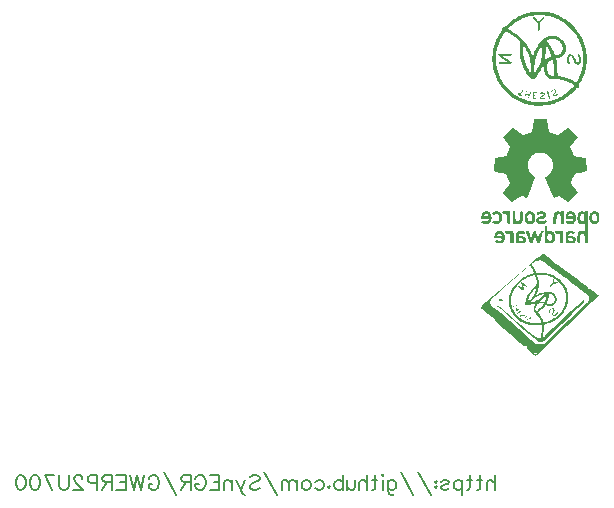
<source format=gbo>
G04 Layer: BottomSilkLayer*
G04 EasyEDA v6.4.19.4, 2021-09-27T21:18:42+08:00*
G04 328f29077b91436ca96412054b8b6626,119f753a6ce64b8d841f2ad33262ab0c,10*
G04 Gerber Generator version 0.2*
G04 Scale: 100 percent, Rotated: No, Reflected: No *
G04 Dimensions in millimeters *
G04 leading zeros omitted , absolute positions ,4 integer and 5 decimal *
%FSLAX45Y45*%
%MOMM*%

%ADD24C,0.2000*%

%LPD*%
G36*
X7586573Y4952238D02*
G01*
X7580528Y4947920D01*
X7565644Y4935982D01*
X7537196Y4912410D01*
X7443673Y4832959D01*
X7102743Y4542332D01*
X7139279Y4542332D01*
X7139330Y4545990D01*
X7139736Y4549546D01*
X7140549Y4553102D01*
X7141768Y4556658D01*
X7143394Y4560265D01*
X7145528Y4563973D01*
X7148169Y4567885D01*
X7151319Y4571949D01*
X7155027Y4576267D01*
X7164273Y4585766D01*
X7176058Y4596841D01*
X7214971Y4630674D01*
X7408773Y4796485D01*
X7474966Y4852873D01*
X7498994Y4812538D01*
X7502347Y4806289D01*
X7504734Y4801057D01*
X7506208Y4796840D01*
X7506665Y4793437D01*
X7506208Y4790744D01*
X7504734Y4788560D01*
X7502296Y4786782D01*
X7498943Y4785258D01*
X7494574Y4783886D01*
X7484059Y4781143D01*
X7473594Y4777943D01*
X7462926Y4774031D01*
X7452207Y4769510D01*
X7441438Y4764430D01*
X7430719Y4758791D01*
X7420152Y4752644D01*
X7409789Y4746040D01*
X7399680Y4739030D01*
X7389926Y4731613D01*
X7380579Y4723892D01*
X7371689Y4715865D01*
X7362545Y4706823D01*
X7353553Y4697323D01*
X7345425Y4688078D01*
X7338161Y4679035D01*
X7331659Y4670044D01*
X7325766Y4660900D01*
X7320483Y4651451D01*
X7315606Y4641596D01*
X7311085Y4631182D01*
X7306818Y4620056D01*
X7303160Y4609134D01*
X7300569Y4599838D01*
X7298842Y4590592D01*
X7297877Y4580534D01*
X7297521Y4568698D01*
X7297853Y4551984D01*
X7314133Y4551984D01*
X7314285Y4562551D01*
X7315098Y4573168D01*
X7316520Y4583684D01*
X7318552Y4594199D01*
X7321143Y4604613D01*
X7324344Y4614875D01*
X7328103Y4625086D01*
X7332421Y4635093D01*
X7337298Y4644948D01*
X7342682Y4654651D01*
X7348524Y4664100D01*
X7354925Y4673346D01*
X7361783Y4682286D01*
X7369149Y4690973D01*
X7376922Y4699355D01*
X7385151Y4707432D01*
X7393838Y4715154D01*
X7402880Y4722469D01*
X7412380Y4729429D01*
X7422235Y4735982D01*
X7432497Y4742129D01*
X7443063Y4747768D01*
X7454036Y4752949D01*
X7465263Y4757623D01*
X7476896Y4761788D01*
X7493508Y4766767D01*
X7501940Y4768748D01*
X7508494Y4769510D01*
X7513472Y4769053D01*
X7517180Y4767122D01*
X7520076Y4763719D01*
X7522362Y4758791D01*
X7524496Y4752136D01*
X7526680Y4743856D01*
X7530744Y4725060D01*
X7532776Y4712716D01*
X7533131Y4709160D01*
X7533131Y4706010D01*
X7532725Y4703013D01*
X7531760Y4699965D01*
X7530134Y4696764D01*
X7527696Y4693158D01*
X7524394Y4688992D01*
X7514640Y4678172D01*
X7489545Y4651502D01*
X7479944Y4640427D01*
X7471359Y4629759D01*
X7463993Y4619701D01*
X7457998Y4610455D01*
X7453477Y4602226D01*
X7450581Y4595672D01*
X7447737Y4588205D01*
X7444994Y4580178D01*
X7440218Y4563313D01*
X7437818Y4553000D01*
X7457541Y4553000D01*
X7457541Y4556861D01*
X7459980Y4568037D01*
X7462774Y4576521D01*
X7466533Y4586274D01*
X7472984Y4600854D01*
X7475626Y4605680D01*
X7479131Y4611217D01*
X7483246Y4617161D01*
X7487920Y4623409D01*
X7498283Y4635957D01*
X7503617Y4641900D01*
X7516825Y4655058D01*
X7527188Y4664608D01*
X7530084Y4666691D01*
X7531709Y4667148D01*
X7532370Y4666030D01*
X7532166Y4663541D01*
X7531404Y4659782D01*
X7529982Y4654448D01*
X7525867Y4642866D01*
X7520381Y4630420D01*
X7513828Y4617516D01*
X7506511Y4604918D01*
X7526680Y4604918D01*
X7527950Y4608779D01*
X7534554Y4622190D01*
X7537043Y4628083D01*
X7539380Y4634280D01*
X7541514Y4640732D01*
X7545171Y4654245D01*
X7547914Y4668113D01*
X7549591Y4681880D01*
X7550150Y4695037D01*
X7549489Y4707483D01*
X7547711Y4721910D01*
X7545222Y4736896D01*
X7542275Y4750765D01*
X7540701Y4756861D01*
X7537551Y4766360D01*
X7536027Y4769408D01*
X7536078Y4770577D01*
X7537703Y4771542D01*
X7540701Y4772355D01*
X7544968Y4772964D01*
X7556398Y4773625D01*
X7570673Y4773625D01*
X7586421Y4772964D01*
X7602270Y4771694D01*
X7616799Y4769764D01*
X7623200Y4768646D01*
X7634427Y4765700D01*
X7645908Y4761788D01*
X7657338Y4757115D01*
X7668615Y4751679D01*
X7679690Y4745634D01*
X7690459Y4738979D01*
X7700873Y4731766D01*
X7710830Y4724044D01*
X7720279Y4715967D01*
X7729169Y4707483D01*
X7737348Y4698695D01*
X7744815Y4689652D01*
X7751470Y4680407D01*
X7757210Y4671009D01*
X7759750Y4666335D01*
X7764576Y4655413D01*
X7769402Y4642154D01*
X7773771Y4628083D01*
X7777022Y4614976D01*
X7778851Y4604308D01*
X7780020Y4593640D01*
X7780426Y4582871D01*
X7780172Y4572101D01*
X7779258Y4561332D01*
X7777683Y4550562D01*
X7775448Y4539894D01*
X7772603Y4529328D01*
X7769148Y4518812D01*
X7765084Y4508500D01*
X7760411Y4498289D01*
X7755178Y4488332D01*
X7749387Y4478528D01*
X7743088Y4468977D01*
X7736230Y4459732D01*
X7728864Y4450740D01*
X7720990Y4442053D01*
X7712608Y4433722D01*
X7703769Y4425746D01*
X7694472Y4418177D01*
X7684770Y4411014D01*
X7674609Y4404309D01*
X7663992Y4398060D01*
X7653020Y4392320D01*
X7633614Y4383176D01*
X7625384Y4379671D01*
X7618171Y4376877D01*
X7611821Y4374743D01*
X7606385Y4373270D01*
X7601762Y4372457D01*
X7597902Y4372356D01*
X7594803Y4372864D01*
X7592364Y4373981D01*
X7590637Y4375759D01*
X7589469Y4378147D01*
X7585709Y4388916D01*
X7581341Y4399483D01*
X7576464Y4409694D01*
X7571130Y4419447D01*
X7565390Y4428693D01*
X7559294Y4437278D01*
X7545425Y4455464D01*
X7575854Y4486148D01*
X7585709Y4496358D01*
X7594041Y4505350D01*
X7599832Y4511954D01*
X7604810Y4518152D01*
X7608062Y4519625D01*
X7612634Y4518558D01*
X7625994Y4512208D01*
X7631582Y4510176D01*
X7636916Y4509058D01*
X7642199Y4508754D01*
X7647533Y4509363D01*
X7653223Y4510887D01*
X7659420Y4513275D01*
X7666329Y4516526D01*
X7672120Y4519777D01*
X7677454Y4523333D01*
X7682280Y4527143D01*
X7686598Y4531207D01*
X7690408Y4535525D01*
X7693659Y4540046D01*
X7696403Y4544720D01*
X7698638Y4549597D01*
X7700314Y4554626D01*
X7701432Y4559808D01*
X7701991Y4565040D01*
X7701940Y4570374D01*
X7701330Y4575810D01*
X7700162Y4581245D01*
X7698384Y4586681D01*
X7695996Y4592167D01*
X7690662Y4602073D01*
X7687970Y4606239D01*
X7685227Y4609896D01*
X7682331Y4613148D01*
X7679232Y4615942D01*
X7675930Y4618329D01*
X7672273Y4620361D01*
X7668259Y4622038D01*
X7663789Y4623409D01*
X7658862Y4624527D01*
X7653426Y4625340D01*
X7640675Y4626305D01*
X7625029Y4626559D01*
X7612024Y4626508D01*
X7601407Y4626152D01*
X7592212Y4625289D01*
X7583424Y4623714D01*
X7574076Y4621174D01*
X7563053Y4617466D01*
X7532268Y4605578D01*
X7528102Y4604156D01*
X7526680Y4604918D01*
X7506511Y4604918D01*
X7502448Y4598365D01*
X7494270Y4586376D01*
X7490155Y4580737D01*
X7481925Y4570577D01*
X7474000Y4562246D01*
X7470241Y4558893D01*
X7466634Y4556099D01*
X7463281Y4554016D01*
X7459370Y4552289D01*
X7457541Y4553000D01*
X7437818Y4553000D01*
X7436561Y4547057D01*
X7434936Y4536389D01*
X7465771Y4536389D01*
X7488072Y4557064D01*
X7499959Y4567174D01*
X7511897Y4576165D01*
X7523734Y4584090D01*
X7535519Y4590897D01*
X7547203Y4596587D01*
X7552994Y4598974D01*
X7561935Y4602276D01*
X7571486Y4605375D01*
X7580426Y4607966D01*
X7587691Y4609642D01*
X7602220Y4612436D01*
X7579055Y4591050D01*
X7569657Y4583277D01*
X7559852Y4575911D01*
X7549692Y4569053D01*
X7539228Y4562754D01*
X7528559Y4557014D01*
X7517739Y4551883D01*
X7506919Y4547412D01*
X7495593Y4543501D01*
X7546187Y4543501D01*
X7546644Y4544364D01*
X7549489Y4546549D01*
X7557922Y4552086D01*
X7566761Y4558588D01*
X7577277Y4566716D01*
X7588199Y4575657D01*
X7599425Y4585258D01*
X7608417Y4592574D01*
X7611414Y4594555D01*
X7613548Y4595418D01*
X7614767Y4595012D01*
X7615174Y4593336D01*
X7614767Y4590338D01*
X7613599Y4585970D01*
X7609230Y4572863D01*
X7599984Y4547108D01*
X7578293Y4547362D01*
X7569200Y4547209D01*
X7560513Y4546549D01*
X7553198Y4545482D01*
X7546187Y4543501D01*
X7495593Y4543501D01*
X7485380Y4540605D01*
X7475763Y4538522D01*
X7618628Y4538522D01*
X7620152Y4545279D01*
X7626197Y4561332D01*
X7629499Y4571593D01*
X7632496Y4582414D01*
X7634731Y4592421D01*
X7636662Y4603496D01*
X7637983Y4608626D01*
X7639608Y4612284D01*
X7641590Y4614570D01*
X7644130Y4615484D01*
X7647330Y4615230D01*
X7651292Y4613859D01*
X7656169Y4611370D01*
X7661402Y4608118D01*
X7666126Y4604410D01*
X7670342Y4600346D01*
X7673949Y4595977D01*
X7677048Y4591354D01*
X7679537Y4586478D01*
X7681468Y4581448D01*
X7682839Y4576318D01*
X7683550Y4571136D01*
X7683652Y4565904D01*
X7683144Y4560722D01*
X7682026Y4555591D01*
X7680248Y4550664D01*
X7677810Y4545888D01*
X7674762Y4541316D01*
X7671003Y4537049D01*
X7665669Y4532528D01*
X7659776Y4529023D01*
X7653629Y4526584D01*
X7647279Y4525213D01*
X7640980Y4524908D01*
X7634833Y4525721D01*
X7629093Y4527702D01*
X7623860Y4530801D01*
X7619898Y4534408D01*
X7618628Y4538522D01*
X7475763Y4538522D01*
X7465771Y4536389D01*
X7434936Y4536389D01*
X7434580Y4533392D01*
X7434325Y4528159D01*
X7434681Y4524298D01*
X7435646Y4522063D01*
X7437424Y4520895D01*
X7440117Y4520031D01*
X7443622Y4519523D01*
X7447788Y4519269D01*
X7452614Y4519320D01*
X7463790Y4520285D01*
X7476490Y4522216D01*
X7490002Y4525060D01*
X7503668Y4528769D01*
X7510373Y4530852D01*
X7523124Y4535576D01*
X7526629Y4536592D01*
X7527290Y4535220D01*
X7524953Y4531055D01*
X7516571Y4519472D01*
X7514081Y4515408D01*
X7511897Y4511243D01*
X7510068Y4506925D01*
X7508494Y4502454D01*
X7507274Y4497832D01*
X7506309Y4493107D01*
X7505411Y4484827D01*
X7520686Y4484827D01*
X7520990Y4489602D01*
X7521956Y4494682D01*
X7523530Y4499864D01*
X7525664Y4505045D01*
X7528255Y4510074D01*
X7531353Y4514900D01*
X7534859Y4519371D01*
X7538770Y4523384D01*
X7542987Y4526788D01*
X7548168Y4529328D01*
X7555331Y4531410D01*
X7563612Y4532731D01*
X7572298Y4533239D01*
X7592415Y4533239D01*
X7582001Y4519066D01*
X7575550Y4511598D01*
X7567066Y4502353D01*
X7557566Y4492548D01*
X7545476Y4480661D01*
X7539786Y4475378D01*
X7535468Y4471720D01*
X7532217Y4469587D01*
X7529677Y4468774D01*
X7527645Y4469180D01*
X7525816Y4470603D01*
X7523937Y4472990D01*
X7522108Y4476394D01*
X7521041Y4480356D01*
X7520686Y4484827D01*
X7505411Y4484827D01*
X7504988Y4476445D01*
X7505598Y4472076D01*
X7507071Y4468063D01*
X7509713Y4463948D01*
X7513777Y4459224D01*
X7527036Y4446219D01*
X7535773Y4437227D01*
X7543952Y4427524D01*
X7551420Y4417415D01*
X7557973Y4407306D01*
X7563408Y4397400D01*
X7567523Y4388154D01*
X7569047Y4383836D01*
X7570165Y4379772D01*
X7570876Y4376064D01*
X7571079Y4372660D01*
X7570978Y4369612D01*
X7570368Y4367276D01*
X7568895Y4365599D01*
X7566152Y4364431D01*
X7561783Y4363720D01*
X7555382Y4363313D01*
X7535062Y4363110D01*
X7521346Y4363415D01*
X7507986Y4364278D01*
X7494981Y4365752D01*
X7482331Y4367834D01*
X7470038Y4370527D01*
X7458100Y4373778D01*
X7446518Y4377639D01*
X7435240Y4382109D01*
X7424267Y4387138D01*
X7413650Y4392828D01*
X7403388Y4399076D01*
X7393431Y4405934D01*
X7383780Y4413402D01*
X7374432Y4421530D01*
X7364780Y4430776D01*
X7356246Y4440021D01*
X7352334Y4444695D01*
X7345222Y4454245D01*
X7338872Y4464202D01*
X7335977Y4469384D01*
X7330694Y4480306D01*
X7325969Y4491990D01*
X7321651Y4504690D01*
X7318756Y4515104D01*
X7316622Y4525568D01*
X7315098Y4536084D01*
X7314285Y4546701D01*
X7314133Y4551984D01*
X7297853Y4551984D01*
X7298486Y4536338D01*
X7299452Y4521149D01*
X7300925Y4509262D01*
X7301941Y4504029D01*
X7303211Y4499000D01*
X7306665Y4488992D01*
X7311694Y4477613D01*
X7317536Y4465624D01*
X7323480Y4455109D01*
X7330084Y4444949D01*
X7337298Y4435094D01*
X7345172Y4425543D01*
X7353604Y4416450D01*
X7362545Y4407712D01*
X7372045Y4399483D01*
X7382002Y4391710D01*
X7392365Y4384395D01*
X7403185Y4377690D01*
X7414310Y4371492D01*
X7425842Y4365955D01*
X7437628Y4360976D01*
X7448550Y4357065D01*
X7458659Y4354271D01*
X7469581Y4352036D01*
X7482027Y4350308D01*
X7496708Y4348988D01*
X7514285Y4347972D01*
X7579359Y4345533D01*
X7579258Y4331462D01*
X7578293Y4321810D01*
X7574432Y4294022D01*
X7569504Y4264202D01*
X7567117Y4252010D01*
X7565186Y4243476D01*
X7564374Y4240987D01*
X7562443Y4237888D01*
X7559192Y4235958D01*
X7554518Y4235094D01*
X7547457Y4235450D01*
X7545374Y4236110D01*
X7539532Y4239158D01*
X7528864Y4246168D01*
X7517587Y4254296D01*
X7503820Y4264761D01*
X7468870Y4292701D01*
X7423708Y4330141D01*
X7368133Y4377334D01*
X7293406Y4441545D01*
X7286294Y4447184D01*
X7280452Y4451299D01*
X7275830Y4453991D01*
X7272375Y4455261D01*
X7269988Y4455109D01*
X7268616Y4453585D01*
X7268159Y4450791D01*
X7268921Y4449673D01*
X7274610Y4443933D01*
X7285532Y4433671D01*
X7321346Y4401515D01*
X7372705Y4356455D01*
X7427823Y4308602D01*
X7469022Y4272280D01*
X7491475Y4251960D01*
X7500416Y4244289D01*
X7510983Y4235754D01*
X7522260Y4227169D01*
X7533284Y4219194D01*
X7543088Y4212539D01*
X7550302Y4208170D01*
X7556195Y4205325D01*
X7559090Y4204309D01*
X7561884Y4203649D01*
X7564729Y4203242D01*
X7567625Y4203192D01*
X7570622Y4203547D01*
X7573721Y4204258D01*
X7576972Y4205325D01*
X7580375Y4206849D01*
X7587894Y4211218D01*
X7596479Y4217517D01*
X7606487Y4225848D01*
X7618171Y4236364D01*
X7631734Y4249267D01*
X7743190Y4359605D01*
X7828229Y4442917D01*
X7860334Y4473854D01*
X7884668Y4496866D01*
X7900670Y4511344D01*
X7909610Y4518964D01*
X7914589Y4523689D01*
X7919212Y4528616D01*
X7923428Y4533595D01*
X7927238Y4538573D01*
X7930489Y4543501D01*
X7933232Y4548174D01*
X7935315Y4552645D01*
X7936738Y4556760D01*
X7937449Y4560366D01*
X7937398Y4563516D01*
X7936280Y4566259D01*
X7935671Y4566564D01*
X7934756Y4566513D01*
X7933486Y4566107D01*
X7929727Y4563922D01*
X7923987Y4559604D01*
X7915757Y4552797D01*
X7904734Y4543145D01*
X7872526Y4513732D01*
X7823962Y4468368D01*
X7670647Y4323334D01*
X7614666Y4270857D01*
X7598968Y4256684D01*
X7589672Y4248962D01*
X7586980Y4247134D01*
X7585456Y4246473D01*
X7584998Y4246575D01*
X7584795Y4247388D01*
X7585913Y4251604D01*
X7587386Y4261612D01*
X7588859Y4276445D01*
X7590180Y4294327D01*
X7593075Y4350410D01*
X7631785Y4363364D01*
X7643317Y4367784D01*
X7654493Y4372711D01*
X7665364Y4378045D01*
X7675930Y4383887D01*
X7686192Y4390085D01*
X7696047Y4396740D01*
X7705598Y4403801D01*
X7714742Y4411218D01*
X7723479Y4418990D01*
X7731861Y4427118D01*
X7739786Y4435551D01*
X7747304Y4444288D01*
X7754366Y4453331D01*
X7760919Y4462627D01*
X7767066Y4472178D01*
X7772704Y4481931D01*
X7777835Y4491939D01*
X7782458Y4502150D01*
X7786573Y4512513D01*
X7790129Y4523028D01*
X7793075Y4533747D01*
X7795514Y4544517D01*
X7797342Y4555439D01*
X7798612Y4566462D01*
X7799222Y4577537D01*
X7799222Y4589322D01*
X7798562Y4601514D01*
X7797292Y4613351D01*
X7795310Y4624781D01*
X7792720Y4635957D01*
X7789418Y4646828D01*
X7785404Y4657394D01*
X7780731Y4667707D01*
X7775346Y4677765D01*
X7769199Y4687671D01*
X7762392Y4697323D01*
X7754772Y4706823D01*
X7746441Y4716221D01*
X7737348Y4725416D01*
X7727848Y4734255D01*
X7718145Y4742281D01*
X7708036Y4749647D01*
X7697571Y4756454D01*
X7686700Y4762601D01*
X7675473Y4768138D01*
X7663789Y4773066D01*
X7651750Y4777384D01*
X7639354Y4781042D01*
X7626502Y4784140D01*
X7613294Y4786630D01*
X7599680Y4788458D01*
X7585608Y4789728D01*
X7571181Y4790338D01*
X7554061Y4790541D01*
X7539228Y4791100D01*
X7533995Y4791659D01*
X7530134Y4792370D01*
X7527442Y4793335D01*
X7525918Y4794453D01*
X7525054Y4797501D01*
X7522311Y4804054D01*
X7517384Y4813858D01*
X7498435Y4847539D01*
X7495590Y4853584D01*
X7493762Y4858715D01*
X7493050Y4863134D01*
X7493558Y4866995D01*
X7495235Y4870450D01*
X7498232Y4873701D01*
X7502499Y4876952D01*
X7508138Y4880254D01*
X7523734Y4888026D01*
X7532776Y4891989D01*
X7540955Y4894884D01*
X7548473Y4896815D01*
X7555484Y4897678D01*
X7562138Y4897577D01*
X7568590Y4896510D01*
X7574940Y4894427D01*
X7582763Y4890617D01*
X7594193Y4882743D01*
X7638846Y4850384D01*
X7695387Y4808524D01*
X7733284Y4780026D01*
X7751521Y4766005D01*
X7761173Y4758182D01*
X7763002Y4756454D01*
X7777429Y4745482D01*
X7801457Y4728057D01*
X7821828Y4712970D01*
X7827314Y4708652D01*
X7830312Y4705858D01*
X7839151Y4699101D01*
X7859318Y4684826D01*
X7866735Y4679086D01*
X7888122Y4661255D01*
X7893303Y4657293D01*
X7897215Y4654651D01*
X7901482Y4652619D01*
X7910322Y4646015D01*
X7921650Y4636363D01*
X7926831Y4632401D01*
X7930845Y4629759D01*
X7933181Y4628743D01*
X7935925Y4627219D01*
X7941056Y4623206D01*
X7947812Y4617313D01*
X7963873Y4601718D01*
X8019237Y4601718D01*
X8020050Y4605629D01*
X8022234Y4607661D01*
X8025333Y4607610D01*
X8028787Y4605274D01*
X8030057Y4602327D01*
X8029143Y4599127D01*
X8026704Y4596536D01*
X8023098Y4595469D01*
X8021624Y4595977D01*
X8020354Y4597298D01*
X8019542Y4599279D01*
X8019237Y4601718D01*
X7963873Y4601718D01*
X7966405Y4599076D01*
X7969707Y4594910D01*
X7971840Y4591050D01*
X7973009Y4587087D01*
X7973415Y4582566D01*
X7973212Y4576978D01*
X7971790Y4563160D01*
X7970774Y4557572D01*
X7969300Y4552696D01*
X7967065Y4548174D01*
X7963865Y4543602D01*
X7959445Y4538522D01*
X7953603Y4532630D01*
X7905394Y4486859D01*
X7706664Y4296664D01*
X7640726Y4233824D01*
X7619390Y4214012D01*
X7604048Y4200398D01*
X7593330Y4191762D01*
X7589266Y4188968D01*
X7585913Y4186986D01*
X7583017Y4185665D01*
X7578039Y4184446D01*
X7565644Y4183989D01*
X7557973Y4183989D01*
X7550962Y4184396D01*
X7544308Y4185462D01*
X7537653Y4187393D01*
X7534198Y4188714D01*
X7526985Y4192320D01*
X7518857Y4197248D01*
X7509611Y4203750D01*
X7498892Y4212031D01*
X7486294Y4222292D01*
X7454239Y4249623D01*
X7226350Y4446676D01*
X7196836Y4472736D01*
X7172248Y4495190D01*
X7154062Y4512564D01*
X7147814Y4518914D01*
X7142632Y4525060D01*
X7142124Y4526127D01*
X7140143Y4534662D01*
X7139279Y4542332D01*
X7102743Y4542332D01*
X7080046Y4522825D01*
X7067854Y4511700D01*
X7059574Y4503623D01*
X7057339Y4501083D01*
X7056577Y4499711D01*
X7057186Y4498340D01*
X7061962Y4492802D01*
X7070445Y4484370D01*
X7081672Y4473905D01*
X7108190Y4450435D01*
X7121398Y4439259D01*
X7133183Y4429658D01*
X7142530Y4422546D01*
X7148372Y4418787D01*
X7149693Y4418482D01*
X7155789Y4418634D01*
X7161936Y4415739D01*
X7166711Y4410811D01*
X7168845Y4403902D01*
X7170978Y4400651D01*
X7175144Y4395774D01*
X7181342Y4389221D01*
X7199579Y4371441D01*
X7225131Y4347819D01*
X7257643Y4318660D01*
X7359954Y4228388D01*
X7391806Y4200042D01*
X7405573Y4188510D01*
X7417612Y4179011D01*
X7427061Y4172204D01*
X7430617Y4170019D01*
X7433259Y4168698D01*
X7434884Y4168343D01*
X7442504Y4168749D01*
X7447381Y4167428D01*
X7449972Y4164025D01*
X7451191Y4155440D01*
X7452512Y4152188D01*
X7454798Y4148531D01*
X7458151Y4144264D01*
X7462520Y4139437D01*
X7468108Y4133900D01*
X7482890Y4120489D01*
X7492010Y4112717D01*
X7508849Y4112717D01*
X7510018Y4113276D01*
X7513320Y4113733D01*
X7523988Y4114139D01*
X7532522Y4113987D01*
X7536180Y4113072D01*
X7535672Y4110583D01*
X7531608Y4105808D01*
X7527290Y4101388D01*
X7524089Y4099763D01*
X7520838Y4100779D01*
X7516469Y4104386D01*
X7511084Y4109669D01*
X7509459Y4111599D01*
X7508849Y4112717D01*
X7492010Y4112717D01*
X7501788Y4104538D01*
X7511948Y4096410D01*
X7518704Y4091381D01*
X7521041Y4090212D01*
X7522565Y4090314D01*
X7524648Y4091076D01*
X7527442Y4092752D01*
X7531150Y4095445D01*
X7541971Y4104538D01*
X7558582Y4119676D01*
X7582408Y4142181D01*
X8002930Y4546650D01*
X8043214Y4584801D01*
X8050123Y4592116D01*
X8054746Y4597857D01*
X8056422Y4601210D01*
X8055711Y4602937D01*
X8053781Y4605324D01*
X8046669Y4611928D01*
X8036458Y4620158D01*
X8024368Y4629048D01*
X8011718Y4637735D01*
X7999730Y4645355D01*
X7989671Y4650943D01*
X7985759Y4652670D01*
X7978140Y4655159D01*
X7973568Y4657852D01*
X7969707Y4661357D01*
X7966405Y4666030D01*
X7963865Y4668723D01*
X7953756Y4677664D01*
X7937855Y4690668D01*
X7917230Y4706874D01*
X7866278Y4745736D01*
X7838135Y4766818D01*
X7802524Y4793081D01*
X7749844Y4831130D01*
X7727746Y4846624D01*
X7709966Y4858715D01*
X7697520Y4866538D01*
X7693659Y4868621D01*
X7691577Y4869332D01*
X7687818Y4869992D01*
X7684363Y4871821D01*
X7681569Y4874564D01*
X7678064Y4880508D01*
X7674914Y4884064D01*
X7670393Y4888585D01*
X7657795Y4899761D01*
X7641844Y4912766D01*
X7624318Y4926025D01*
X7608366Y4937709D01*
X7595768Y4946548D01*
X7588097Y4951526D01*
G37*
G36*
X7675270Y4740198D02*
G01*
X7673746Y4738776D01*
X7672171Y4735169D01*
X7670749Y4729480D01*
X7668869Y4716627D01*
X7667904Y4712004D01*
X7666583Y4707737D01*
X7664907Y4703724D01*
X7662824Y4699863D01*
X7660284Y4696104D01*
X7657287Y4692345D01*
X7648143Y4682337D01*
X7645044Y4677918D01*
X7644434Y4675225D01*
X7646263Y4674311D01*
X7649616Y4675276D01*
X7654036Y4677816D01*
X7659014Y4681626D01*
X7670393Y4691938D01*
X7677454Y4696104D01*
X7685786Y4699050D01*
X7703820Y4702352D01*
X7710322Y4704181D01*
X7714691Y4706162D01*
X7716316Y4708144D01*
X7715148Y4709871D01*
X7711592Y4710785D01*
X7705750Y4710734D01*
X7697622Y4709820D01*
X7678978Y4707026D01*
X7678978Y4723841D01*
X7678674Y4731308D01*
X7677861Y4736490D01*
X7676692Y4739436D01*
G37*
G36*
X7404455Y4711242D02*
G01*
X7402525Y4710379D01*
X7401915Y4708144D01*
X7402575Y4704384D01*
X7405878Y4691938D01*
X7409129Y4677206D01*
X7411466Y4664710D01*
X7411974Y4660696D01*
X7411923Y4658969D01*
X7410297Y4659579D01*
X7406640Y4661966D01*
X7389723Y4675174D01*
X7384948Y4678527D01*
X7381138Y4680762D01*
X7378344Y4681931D01*
X7376566Y4682083D01*
X7375804Y4681321D01*
X7376109Y4679696D01*
X7377430Y4677257D01*
X7379817Y4674057D01*
X7383322Y4670196D01*
X7387894Y4665675D01*
X7393533Y4660646D01*
X7401052Y4654397D01*
X7407554Y4649368D01*
X7413142Y4645507D01*
X7417714Y4642815D01*
X7421270Y4641342D01*
X7423810Y4641088D01*
X7425334Y4642053D01*
X7425791Y4644237D01*
X7424115Y4653432D01*
X7416444Y4688027D01*
X7415530Y4693158D01*
X7415479Y4695037D01*
X7420711Y4691380D01*
X7432090Y4682591D01*
X7442453Y4675022D01*
X7449972Y4670907D01*
X7454036Y4670501D01*
X7454188Y4673955D01*
X7452055Y4676749D01*
X7447127Y4681524D01*
X7440269Y4687722D01*
X7432090Y4694529D01*
X7424267Y4700625D01*
X7417562Y4705400D01*
X7411974Y4708753D01*
X7407605Y4710684D01*
G37*
G36*
X7227316Y4574133D02*
G01*
X7223099Y4572762D01*
X7219238Y4569764D01*
X7216089Y4565599D01*
X7214819Y4561586D01*
X7215225Y4557928D01*
X7217105Y4554829D01*
X7220254Y4552492D01*
X7224522Y4551121D01*
X7229703Y4550918D01*
X7235545Y4552086D01*
X7240727Y4555896D01*
X7243064Y4561890D01*
X7242251Y4567936D01*
X7238085Y4572000D01*
X7232192Y4573879D01*
G37*
G36*
X7196480Y4517288D02*
G01*
X7194245Y4517034D01*
X7193483Y4515307D01*
X7196480Y4512056D01*
X7204405Y4504842D01*
X7228687Y4484014D01*
X7253427Y4463592D01*
X7264552Y4455058D01*
X7265822Y4454398D01*
X7267956Y4454956D01*
X7268514Y4456531D01*
X7267346Y4459274D01*
X7264552Y4463034D01*
X7260081Y4467961D01*
X7253884Y4474006D01*
X7246010Y4481220D01*
X7227011Y4497425D01*
X7218578Y4504029D01*
X7211212Y4509363D01*
X7205065Y4513376D01*
X7200087Y4516018D01*
G37*
G36*
X7367117Y4516323D02*
G01*
X7361885Y4515408D01*
X7344511Y4510887D01*
X7339533Y4510481D01*
X7336078Y4511395D01*
X7333792Y4513580D01*
X7332370Y4515256D01*
X7331354Y4515104D01*
X7330694Y4513275D01*
X7330490Y4509617D01*
X7331506Y4502607D01*
X7334097Y4498543D01*
X7337298Y4498136D01*
X7340244Y4502150D01*
X7341717Y4504537D01*
X7344105Y4506518D01*
X7346950Y4507890D01*
X7353350Y4508754D01*
X7357059Y4509617D01*
X7360615Y4510938D01*
X7363612Y4512513D01*
X7367524Y4515358D01*
G37*
G36*
X7374737Y4499660D02*
G01*
X7373162Y4499610D01*
X7370267Y4498746D01*
X7366203Y4497070D01*
X7361174Y4494631D01*
X7355331Y4491431D01*
X7350353Y4488383D01*
X7347661Y4486300D01*
X7347356Y4485233D01*
X7349642Y4485487D01*
X7356805Y4485335D01*
X7360869Y4481677D01*
X7360970Y4476343D01*
X7356195Y4471212D01*
X7352944Y4469079D01*
X7351826Y4467707D01*
X7352538Y4466996D01*
X7354671Y4467047D01*
X7358024Y4467707D01*
X7362240Y4468977D01*
X7367066Y4470806D01*
X7372096Y4473194D01*
X7380325Y4478020D01*
X7383983Y4481423D01*
X7382764Y4482795D01*
X7376414Y4481474D01*
X7369403Y4481068D01*
X7365542Y4484065D01*
X7365492Y4489043D01*
X7370013Y4494428D01*
X7373315Y4497120D01*
X7374890Y4498848D01*
G37*
G36*
X7665618Y4495190D02*
G01*
X7660081Y4493006D01*
X7651089Y4487722D01*
X7646619Y4484420D01*
X7642555Y4480356D01*
X7639050Y4475784D01*
X7636205Y4471060D01*
X7634173Y4466386D01*
X7633157Y4462119D01*
X7633258Y4458512D01*
X7634630Y4455871D01*
X7638034Y4454753D01*
X7641691Y4456734D01*
X7644587Y4460900D01*
X7647178Y4472889D01*
X7650937Y4478375D01*
X7656525Y4482084D01*
X7663332Y4483455D01*
X7669885Y4481576D01*
X7673187Y4476546D01*
X7672984Y4469333D01*
X7669072Y4460748D01*
X7665466Y4454093D01*
X7663383Y4447641D01*
X7662824Y4441698D01*
X7663688Y4436364D01*
X7665923Y4431842D01*
X7669428Y4428388D01*
X7674203Y4426153D01*
X7680096Y4425340D01*
X7684414Y4426356D01*
X7689494Y4429048D01*
X7694930Y4433062D01*
X7700213Y4437888D01*
X7704937Y4443069D01*
X7708696Y4448251D01*
X7710982Y4452924D01*
X7711440Y4456684D01*
X7709103Y4461662D01*
X7705801Y4462830D01*
X7702550Y4460341D01*
X7699044Y4450283D01*
X7696453Y4446168D01*
X7692948Y4442409D01*
X7688935Y4439208D01*
X7684668Y4436770D01*
X7680604Y4435398D01*
X7676997Y4435297D01*
X7674254Y4436719D01*
X7672730Y4439361D01*
X7672578Y4443018D01*
X7673848Y4447794D01*
X7679385Y4459935D01*
X7681366Y4465929D01*
X7682484Y4471568D01*
X7682839Y4476851D01*
X7682331Y4481576D01*
X7681010Y4485640D01*
X7678826Y4488942D01*
X7675829Y4491431D01*
X7670088Y4494530D01*
G37*
G36*
X7391247Y4475276D02*
G01*
X7366609Y4454144D01*
X7366101Y4452569D01*
X7367117Y4450080D01*
X7369403Y4447032D01*
X7372756Y4443730D01*
X7376922Y4440326D01*
X7378852Y4439056D01*
X7378750Y4439869D01*
X7376668Y4442815D01*
X7373366Y4449572D01*
X7373924Y4454499D01*
X7377582Y4456277D01*
X7383424Y4453585D01*
X7386777Y4451045D01*
X7388402Y4450435D01*
X7388555Y4451807D01*
X7387386Y4455312D01*
X7386624Y4461357D01*
X7389114Y4464812D01*
X7393889Y4465218D01*
X7400086Y4462068D01*
X7403033Y4459986D01*
X7403896Y4459833D01*
X7402626Y4461814D01*
G37*
G36*
X7416647Y4445812D02*
G01*
X7407198Y4445558D01*
X7416800Y4441698D01*
X7420813Y4439716D01*
X7423200Y4437634D01*
X7424115Y4435602D01*
X7423556Y4433874D01*
X7421778Y4432503D01*
X7418730Y4431639D01*
X7414666Y4431487D01*
X7404658Y4432706D01*
X7400290Y4432503D01*
X7396937Y4431487D01*
X7394905Y4429760D01*
X7394194Y4424527D01*
X7397089Y4419041D01*
X7402372Y4414723D01*
X7408722Y4413046D01*
X7412024Y4413250D01*
X7413091Y4413859D01*
X7411821Y4415180D01*
X7408214Y4417364D01*
X7402169Y4422241D01*
X7401204Y4426102D01*
X7404963Y4428134D01*
X7421422Y4426864D01*
X7427010Y4428896D01*
X7429500Y4433417D01*
X7428433Y4440072D01*
X7426807Y4442409D01*
X7424013Y4444238D01*
X7420508Y4445457D01*
G37*
G36*
X7447635Y4429455D02*
G01*
X7445349Y4428236D01*
X7442301Y4425035D01*
X7438898Y4420463D01*
X7435392Y4415180D01*
X7432294Y4409744D01*
X7429906Y4404817D01*
X7428636Y4400956D01*
X7428839Y4398822D01*
X7430465Y4399178D01*
X7433259Y4401566D01*
X7436764Y4405426D01*
X7440675Y4410202D01*
X7444435Y4415332D01*
X7447635Y4420260D01*
X7449921Y4424375D01*
X7450734Y4427220D01*
X7450531Y4428083D01*
X7449820Y4428794D01*
X7448854Y4429302D01*
G37*
G36*
X7472375Y4421022D02*
G01*
X7465974Y4420666D01*
X7461554Y4417771D01*
X7461453Y4416501D01*
X7462621Y4415434D01*
X7464958Y4414824D01*
X7472984Y4414418D01*
X7476286Y4413402D01*
X7478166Y4411878D01*
X7478572Y4409998D01*
X7477556Y4408068D01*
X7475220Y4406239D01*
X7471562Y4404766D01*
X7460640Y4402785D01*
X7456271Y4401007D01*
X7453579Y4398772D01*
X7452512Y4396333D01*
X7453172Y4393946D01*
X7455458Y4391812D01*
X7459522Y4390237D01*
X7465263Y4389424D01*
X7470190Y4389272D01*
X7472324Y4389424D01*
X7471714Y4389932D01*
X7468362Y4390745D01*
X7461453Y4393387D01*
X7459319Y4396587D01*
X7461910Y4399330D01*
X7476540Y4401515D01*
X7481366Y4404461D01*
X7483348Y4409084D01*
X7482382Y4415180D01*
X7478572Y4419092D01*
G37*
G36*
X7551420Y6093510D02*
G01*
X7532776Y6093307D01*
X7520482Y6092698D01*
X7516317Y6092139D01*
X7513167Y6091377D01*
X7510881Y6090361D01*
X7509306Y6089091D01*
X7508240Y6087516D01*
X7506919Y6083300D01*
X7496606Y6030010D01*
X7488529Y5986983D01*
X7416292Y5956808D01*
X7327341Y6017768D01*
X7298283Y5990590D01*
X7276896Y5969457D01*
X7267854Y5960059D01*
X7249159Y5939332D01*
X7308748Y5852058D01*
X7291527Y5812739D01*
X7280859Y5790285D01*
X7277303Y5783732D01*
X7276236Y5782157D01*
X7274458Y5781040D01*
X7270851Y5779668D01*
X7259167Y5776264D01*
X7242809Y5772404D01*
X7223607Y5768543D01*
X7174941Y5759450D01*
X7172401Y5649264D01*
X7223201Y5639917D01*
X7253528Y5633516D01*
X7263130Y5631078D01*
X7265822Y5630164D01*
X7268108Y5628741D01*
X7270648Y5626201D01*
X7273442Y5622645D01*
X7276388Y5618022D01*
X7279538Y5612434D01*
X7282840Y5605983D01*
X7289698Y5590438D01*
X7300112Y5564073D01*
X7303312Y5555386D01*
X7304481Y5551424D01*
X7302246Y5547055D01*
X7296200Y5537250D01*
X7287310Y5523433D01*
X7248347Y5465622D01*
X7326426Y5387543D01*
X7373518Y5421172D01*
X7388148Y5431180D01*
X7399883Y5438749D01*
X7407351Y5442966D01*
X7409027Y5443524D01*
X7411872Y5442813D01*
X7416444Y5440883D01*
X7422083Y5437987D01*
X7434580Y5430621D01*
X7439558Y5427980D01*
X7443419Y5426456D01*
X7446467Y5426202D01*
X7448956Y5427167D01*
X7451242Y5429453D01*
X7453579Y5433009D01*
X7457338Y5440222D01*
X7465009Y5457698D01*
X7476388Y5484774D01*
X7502448Y5549036D01*
X7513320Y5576722D01*
X7520228Y5595112D01*
X7521651Y5599988D01*
X7499197Y5617514D01*
X7494219Y5621680D01*
X7489545Y5625998D01*
X7485227Y5630418D01*
X7481214Y5635040D01*
X7477506Y5639816D01*
X7474153Y5644692D01*
X7471105Y5649722D01*
X7468362Y5654903D01*
X7465974Y5660237D01*
X7463891Y5665724D01*
X7462113Y5671362D01*
X7460640Y5677154D01*
X7459522Y5683097D01*
X7458760Y5689142D01*
X7458252Y5695391D01*
X7458100Y5701792D01*
X7458252Y5708497D01*
X7458760Y5715050D01*
X7459573Y5721451D01*
X7460691Y5727700D01*
X7462113Y5733745D01*
X7463790Y5739587D01*
X7465822Y5745276D01*
X7468108Y5750763D01*
X7470698Y5756046D01*
X7473543Y5761126D01*
X7476642Y5766003D01*
X7479995Y5770626D01*
X7483602Y5775045D01*
X7487462Y5779211D01*
X7491577Y5783122D01*
X7495895Y5786831D01*
X7500467Y5790234D01*
X7505242Y5793384D01*
X7510221Y5796280D01*
X7515402Y5798921D01*
X7520787Y5801258D01*
X7526375Y5803290D01*
X7532166Y5805017D01*
X7538110Y5806490D01*
X7544206Y5807608D01*
X7550505Y5808421D01*
X7556957Y5808929D01*
X7563561Y5809081D01*
X7570165Y5808929D01*
X7576616Y5808421D01*
X7582865Y5807608D01*
X7589012Y5806490D01*
X7594955Y5805017D01*
X7600746Y5803290D01*
X7606284Y5801258D01*
X7611719Y5798921D01*
X7616901Y5796280D01*
X7621879Y5793384D01*
X7626654Y5790234D01*
X7631226Y5786831D01*
X7635544Y5783122D01*
X7639659Y5779211D01*
X7643520Y5775045D01*
X7647127Y5770626D01*
X7650480Y5766003D01*
X7653578Y5761126D01*
X7656423Y5756046D01*
X7659014Y5750763D01*
X7661300Y5745276D01*
X7663281Y5739587D01*
X7665008Y5733745D01*
X7666431Y5727700D01*
X7667548Y5721451D01*
X7668361Y5715050D01*
X7668869Y5708497D01*
X7669022Y5701792D01*
X7668869Y5695696D01*
X7668412Y5689701D01*
X7667701Y5683910D01*
X7666685Y5678271D01*
X7665364Y5672734D01*
X7663738Y5667349D01*
X7661757Y5662066D01*
X7659471Y5656834D01*
X7656880Y5651754D01*
X7653934Y5646775D01*
X7650632Y5641797D01*
X7647025Y5636971D01*
X7643012Y5632145D01*
X7638694Y5627370D01*
X7628890Y5617972D01*
X7623454Y5613298D01*
X7611414Y5604002D01*
X7604810Y5599379D01*
X7604861Y5597144D01*
X7606334Y5592114D01*
X7608976Y5584952D01*
X7629296Y5536996D01*
X7660030Y5461711D01*
X7667040Y5445861D01*
X7669987Y5440019D01*
X7672730Y5435396D01*
X7675219Y5431993D01*
X7677658Y5429605D01*
X7680096Y5428234D01*
X7682636Y5427675D01*
X7685278Y5427929D01*
X7688224Y5428843D01*
X7691475Y5430316D01*
X7718196Y5445252D01*
X7801051Y5387898D01*
X7878521Y5465368D01*
X7844993Y5514848D01*
X7834985Y5530088D01*
X7827416Y5542076D01*
X7823200Y5549493D01*
X7822641Y5550966D01*
X7823809Y5555081D01*
X7831683Y5576112D01*
X7840878Y5598617D01*
X7844281Y5605983D01*
X7850682Y5618022D01*
X7853680Y5622645D01*
X7856423Y5626201D01*
X7858963Y5628741D01*
X7861300Y5630164D01*
X7868158Y5632196D01*
X7880096Y5634990D01*
X7895437Y5638241D01*
X7954721Y5649264D01*
X7952181Y5759450D01*
X7893659Y5770422D01*
X7875625Y5774385D01*
X7861300Y5778042D01*
X7856067Y5779668D01*
X7852460Y5781040D01*
X7850581Y5782157D01*
X7847838Y5786526D01*
X7843418Y5795010D01*
X7837982Y5806440D01*
X7817866Y5852363D01*
X7877962Y5940399D01*
X7800289Y6018123D01*
X7710779Y5956808D01*
X7638542Y5987034D01*
X7619492Y6085586D01*
X7618780Y6087516D01*
X7617764Y6089091D01*
X7616190Y6090361D01*
X7613954Y6091377D01*
X7610805Y6092139D01*
X7606588Y6092698D01*
X7601203Y6093104D01*
X7585913Y6093460D01*
G37*
G36*
X7816850Y5312460D02*
G01*
X7812024Y5312003D01*
X7807350Y5310987D01*
X7802880Y5309412D01*
X7798612Y5307330D01*
X7794599Y5304688D01*
X7790891Y5301640D01*
X7787487Y5298084D01*
X7784541Y5294071D01*
X7782001Y5289600D01*
X7779969Y5284774D01*
X7778445Y5279491D01*
X7777755Y5275275D01*
X7800390Y5275275D01*
X7800695Y5277459D01*
X7802372Y5280202D01*
X7805369Y5283504D01*
X7808925Y5286197D01*
X7812989Y5287924D01*
X7817459Y5288737D01*
X7821980Y5288635D01*
X7826349Y5287721D01*
X7830362Y5285892D01*
X7833766Y5283301D01*
X7836306Y5279898D01*
X7838440Y5274919D01*
X7837322Y5272176D01*
X7831734Y5271008D01*
X7820558Y5270804D01*
X7813446Y5270957D01*
X7807909Y5271414D01*
X7803946Y5272278D01*
X7801457Y5273548D01*
X7800390Y5275275D01*
X7777755Y5275275D01*
X7777175Y5267909D01*
X7777175Y5248097D01*
X7809026Y5248097D01*
X7819999Y5247894D01*
X7828432Y5247386D01*
X7834528Y5246420D01*
X7838338Y5244947D01*
X7839964Y5242864D01*
X7839608Y5240070D01*
X7837322Y5236514D01*
X7833309Y5232095D01*
X7827314Y5228082D01*
X7819898Y5226659D01*
X7810804Y5227878D01*
X7799781Y5231688D01*
X7796377Y5232298D01*
X7792262Y5231841D01*
X7787894Y5230368D01*
X7783880Y5227980D01*
X7778851Y5224068D01*
X7777225Y5221325D01*
X7778902Y5218480D01*
X7784033Y5214315D01*
X7788960Y5210810D01*
X7794040Y5208016D01*
X7799324Y5205882D01*
X7804810Y5204358D01*
X7810550Y5203494D01*
X7816596Y5203240D01*
X7822996Y5203647D01*
X7829702Y5204663D01*
X7834985Y5205984D01*
X7839811Y5207965D01*
X7844231Y5210606D01*
X7848193Y5213858D01*
X7851749Y5217718D01*
X7854797Y5222189D01*
X7857439Y5227269D01*
X7859623Y5232908D01*
X7861300Y5239054D01*
X7862519Y5245811D01*
X7863281Y5253126D01*
X7863535Y5260898D01*
X7863433Y5268010D01*
X7863078Y5273903D01*
X7862366Y5278882D01*
X7861147Y5283200D01*
X7859471Y5287010D01*
X7857134Y5290667D01*
X7854086Y5294376D01*
X7850276Y5298440D01*
X7845806Y5302402D01*
X7841183Y5305704D01*
X7836408Y5308346D01*
X7831531Y5310276D01*
X7826654Y5311648D01*
X7821726Y5312359D01*
G37*
G36*
X7471816Y5312105D02*
G01*
X7466380Y5311698D01*
X7461148Y5310632D01*
X7456068Y5308854D01*
X7451293Y5306466D01*
X7446873Y5303418D01*
X7442860Y5299659D01*
X7439659Y5295950D01*
X7437120Y5292344D01*
X7435138Y5288584D01*
X7433716Y5284317D01*
X7432751Y5279288D01*
X7432141Y5273243D01*
X7431798Y5262473D01*
X7453884Y5262473D01*
X7454087Y5268772D01*
X7455153Y5274564D01*
X7457084Y5279593D01*
X7459929Y5283504D01*
X7463739Y5286603D01*
X7467701Y5288534D01*
X7471714Y5289346D01*
X7475728Y5289092D01*
X7479588Y5287873D01*
X7483195Y5285740D01*
X7486548Y5282742D01*
X7489494Y5278983D01*
X7491933Y5274513D01*
X7493762Y5269433D01*
X7494981Y5263743D01*
X7495387Y5257546D01*
X7494930Y5251348D01*
X7493558Y5245455D01*
X7491475Y5239969D01*
X7488783Y5235143D01*
X7485532Y5231130D01*
X7481874Y5228031D01*
X7477912Y5226050D01*
X7473746Y5225338D01*
X7469733Y5226253D01*
X7466025Y5228742D01*
X7462723Y5232552D01*
X7459827Y5237429D01*
X7457440Y5243169D01*
X7455611Y5249418D01*
X7454392Y5255920D01*
X7453884Y5262473D01*
X7431798Y5262473D01*
X7431786Y5247284D01*
X7432090Y5239664D01*
X7432700Y5233720D01*
X7433818Y5228996D01*
X7435545Y5225084D01*
X7438034Y5221630D01*
X7441387Y5218176D01*
X7445705Y5214366D01*
X7450328Y5210860D01*
X7455103Y5208016D01*
X7459929Y5205730D01*
X7464856Y5204104D01*
X7469784Y5203088D01*
X7474762Y5202732D01*
X7479690Y5202936D01*
X7484618Y5203850D01*
X7489393Y5205323D01*
X7494117Y5207457D01*
X7498689Y5210200D01*
X7503058Y5213604D01*
X7507020Y5217109D01*
X7510018Y5220411D01*
X7512303Y5223865D01*
X7513878Y5227878D01*
X7514894Y5232806D01*
X7515504Y5239105D01*
X7515809Y5257139D01*
X7515504Y5275224D01*
X7514894Y5281523D01*
X7513878Y5286451D01*
X7512303Y5290413D01*
X7510018Y5293868D01*
X7507020Y5297170D01*
X7503058Y5300726D01*
X7498384Y5304282D01*
X7493355Y5307177D01*
X7488123Y5309412D01*
X7482738Y5310987D01*
X7477252Y5311902D01*
G37*
G36*
X8023301Y5312003D02*
G01*
X8017865Y5311749D01*
X8012430Y5310886D01*
X8007096Y5309362D01*
X8002016Y5307228D01*
X7997139Y5304485D01*
X7992668Y5301132D01*
X7989163Y5297627D01*
X7986115Y5293563D01*
X7983524Y5289042D01*
X7981391Y5284114D01*
X7979714Y5278882D01*
X7978495Y5273344D01*
X7977631Y5267655D01*
X7977276Y5261813D01*
X7977276Y5256936D01*
X7999933Y5256936D01*
X8000441Y5264505D01*
X8001965Y5271668D01*
X8004251Y5277662D01*
X8007045Y5281828D01*
X8011363Y5285587D01*
X8015630Y5288127D01*
X8019694Y5289499D01*
X8023555Y5289753D01*
X8027162Y5288940D01*
X8030464Y5287111D01*
X8033410Y5284266D01*
X8035950Y5280456D01*
X8037982Y5275732D01*
X8039557Y5270093D01*
X8040471Y5263642D01*
X8040827Y5256428D01*
X8040420Y5245557D01*
X8038947Y5238089D01*
X8036052Y5233162D01*
X8031429Y5229707D01*
X8025587Y5227574D01*
X8019897Y5227320D01*
X8014563Y5228844D01*
X8009788Y5231942D01*
X8005724Y5236464D01*
X8002625Y5242255D01*
X8000644Y5249113D01*
X7999933Y5256936D01*
X7977276Y5256936D01*
X7977682Y5250027D01*
X7978546Y5244236D01*
X7979714Y5238597D01*
X7981340Y5233162D01*
X7983321Y5228031D01*
X7985658Y5223205D01*
X7988350Y5218836D01*
X7991449Y5214975D01*
X7994853Y5211622D01*
X7998612Y5208981D01*
X8002727Y5206949D01*
X8009483Y5204714D01*
X8015884Y5203342D01*
X8021878Y5202885D01*
X8027619Y5203342D01*
X8033207Y5204663D01*
X8038642Y5206949D01*
X8044078Y5210200D01*
X8049564Y5214366D01*
X8053933Y5218226D01*
X8057286Y5221630D01*
X8059775Y5225135D01*
X8061502Y5229098D01*
X8062620Y5233873D01*
X8063230Y5240020D01*
X8063534Y5257749D01*
X8063484Y5267096D01*
X8063179Y5274716D01*
X8062569Y5280863D01*
X8061604Y5285841D01*
X8060181Y5290007D01*
X8058251Y5293664D01*
X8055660Y5297068D01*
X8052409Y5300573D01*
X8048396Y5304028D01*
X8043925Y5306872D01*
X8039100Y5309057D01*
X8034020Y5310682D01*
X8028736Y5311648D01*
G37*
G36*
X7193025Y5311851D02*
G01*
X7187387Y5311648D01*
X7181900Y5310936D01*
X7176566Y5309717D01*
X7171537Y5307990D01*
X7166965Y5305704D01*
X7162901Y5302910D01*
X7157313Y5297932D01*
X7155027Y5294325D01*
X7155789Y5290972D01*
X7159396Y5286756D01*
X7163562Y5283250D01*
X7167524Y5281828D01*
X7172299Y5282387D01*
X7178751Y5284927D01*
X7185253Y5287213D01*
X7191451Y5288026D01*
X7197191Y5287416D01*
X7202322Y5285486D01*
X7206742Y5282234D01*
X7210348Y5277815D01*
X7212990Y5272176D01*
X7214666Y5265470D01*
X7215276Y5258511D01*
X7215073Y5252161D01*
X7214108Y5246420D01*
X7212431Y5241340D01*
X7210094Y5236972D01*
X7207148Y5233416D01*
X7203592Y5230672D01*
X7199528Y5228742D01*
X7195007Y5227777D01*
X7190079Y5227777D01*
X7184745Y5228793D01*
X7173722Y5232908D01*
X7169200Y5233416D01*
X7165238Y5232450D01*
X7161428Y5230012D01*
X7155942Y5224170D01*
X7155383Y5219141D01*
X7160107Y5214213D01*
X7170318Y5208524D01*
X7175347Y5206441D01*
X7180275Y5204917D01*
X7185152Y5203901D01*
X7189876Y5203444D01*
X7194499Y5203494D01*
X7198969Y5204053D01*
X7203338Y5205018D01*
X7207503Y5206441D01*
X7211466Y5208219D01*
X7215276Y5210403D01*
X7218883Y5212943D01*
X7222286Y5215788D01*
X7225436Y5218988D01*
X7228331Y5222392D01*
X7230922Y5226100D01*
X7233310Y5230012D01*
X7235393Y5234076D01*
X7237120Y5238394D01*
X7238593Y5242814D01*
X7239711Y5247335D01*
X7240473Y5252008D01*
X7240879Y5256682D01*
X7240930Y5261457D01*
X7240574Y5266232D01*
X7239812Y5271008D01*
X7238644Y5275783D01*
X7237018Y5280456D01*
X7234986Y5285079D01*
X7232497Y5289550D01*
X7229500Y5293918D01*
X7226046Y5298135D01*
X7222083Y5302199D01*
X7218375Y5305044D01*
X7214057Y5307431D01*
X7209231Y5309311D01*
X7204049Y5310682D01*
X7198614Y5311495D01*
G37*
G36*
X7918551Y5311851D02*
G01*
X7911287Y5311698D01*
X7904022Y5310530D01*
X7897164Y5308447D01*
X7891170Y5305552D01*
X7886446Y5301742D01*
X7883906Y5298694D01*
X7881823Y5295392D01*
X7880197Y5291683D01*
X7878978Y5287264D01*
X7878114Y5281980D01*
X7877556Y5275529D01*
X7877210Y5256428D01*
X7899908Y5256428D01*
X7900365Y5265267D01*
X7901533Y5273294D01*
X7903260Y5279694D01*
X7905394Y5283504D01*
X7908086Y5285638D01*
X7911338Y5287365D01*
X7914843Y5288534D01*
X7918094Y5288991D01*
X7922463Y5288483D01*
X7926222Y5287060D01*
X7929372Y5284571D01*
X7931912Y5281117D01*
X7933842Y5276596D01*
X7935214Y5270957D01*
X7936026Y5264251D01*
X7936280Y5256428D01*
X7935874Y5245608D01*
X7934401Y5238191D01*
X7931607Y5233263D01*
X7927187Y5229910D01*
X7921244Y5227472D01*
X7915960Y5226761D01*
X7911287Y5227777D01*
X7907324Y5230469D01*
X7904175Y5234686D01*
X7901838Y5240477D01*
X7900416Y5247741D01*
X7899908Y5256428D01*
X7877210Y5256428D01*
X7877251Y5248300D01*
X7877556Y5240223D01*
X7878114Y5233720D01*
X7879130Y5228539D01*
X7880603Y5224272D01*
X7882636Y5220512D01*
X7885328Y5217007D01*
X7888833Y5213299D01*
X7893202Y5209438D01*
X7897723Y5206542D01*
X7902498Y5204612D01*
X7907578Y5203647D01*
X7913065Y5203647D01*
X7919059Y5204612D01*
X7925612Y5206492D01*
X7935264Y5210098D01*
X7937144Y5210048D01*
X7938566Y5208828D01*
X7939531Y5206136D01*
X7940192Y5201767D01*
X7940598Y5195366D01*
X7940852Y5175351D01*
X7940598Y5155336D01*
X7940192Y5148935D01*
X7939531Y5144516D01*
X7938566Y5141874D01*
X7937144Y5140655D01*
X7935264Y5140604D01*
X7925612Y5144211D01*
X7919059Y5146090D01*
X7913065Y5147005D01*
X7907578Y5147005D01*
X7902498Y5146040D01*
X7897723Y5144160D01*
X7893202Y5141264D01*
X7888833Y5137404D01*
X7885226Y5133594D01*
X7882432Y5129885D01*
X7880350Y5125872D01*
X7878927Y5120995D01*
X7878013Y5114696D01*
X7877505Y5106517D01*
X7877200Y5082387D01*
X7877352Y5057343D01*
X7877809Y5049621D01*
X7878622Y5044440D01*
X7879994Y5041290D01*
X7881975Y5039664D01*
X7884820Y5039055D01*
X7892288Y5039055D01*
X7895081Y5039664D01*
X7897063Y5041138D01*
X7898434Y5043982D01*
X7899298Y5048554D01*
X7899704Y5055412D01*
X7900212Y5097678D01*
X7900670Y5104688D01*
X7901431Y5110022D01*
X7902549Y5113985D01*
X7904124Y5116830D01*
X7906105Y5118963D01*
X7908696Y5120640D01*
X7912506Y5122367D01*
X7916113Y5123484D01*
X7919466Y5123840D01*
X7922564Y5123586D01*
X7925460Y5122621D01*
X7928102Y5120944D01*
X7930489Y5118658D01*
X7932623Y5115661D01*
X7934553Y5112054D01*
X7936179Y5107736D01*
X7937601Y5102809D01*
X7938770Y5097170D01*
X7939684Y5090922D01*
X7940700Y5076444D01*
X7941056Y5051755D01*
X7941513Y5046573D01*
X7942427Y5043017D01*
X7943799Y5040833D01*
X7945780Y5039614D01*
X7948574Y5039106D01*
X7963560Y5039004D01*
X7963560Y5311698D01*
X7952181Y5311698D01*
X7947761Y5311292D01*
X7944154Y5310124D01*
X7941716Y5308396D01*
X7940852Y5306263D01*
X7940548Y5303875D01*
X7939684Y5303062D01*
X7938008Y5303875D01*
X7935366Y5306263D01*
X7930997Y5309209D01*
X7925257Y5311038D01*
G37*
G36*
X7335570Y5311698D02*
G01*
X7333488Y5311444D01*
X7331760Y5310835D01*
X7330440Y5309666D01*
X7329373Y5307736D01*
X7328560Y5304891D01*
X7328001Y5300878D01*
X7327341Y5288686D01*
X7327188Y5202631D01*
X7338568Y5202631D01*
X7342987Y5202986D01*
X7346594Y5204002D01*
X7349032Y5205476D01*
X7349896Y5207304D01*
X7350455Y5209133D01*
X7352030Y5209743D01*
X7354773Y5209133D01*
X7364323Y5204866D01*
X7370064Y5203342D01*
X7375906Y5202783D01*
X7381646Y5203190D01*
X7387285Y5204510D01*
X7392670Y5206695D01*
X7397750Y5209794D01*
X7402423Y5213756D01*
X7405827Y5217414D01*
X7408468Y5221020D01*
X7410450Y5224983D01*
X7411821Y5229910D01*
X7412736Y5236210D01*
X7413244Y5244388D01*
X7413548Y5268315D01*
X7413396Y5293360D01*
X7412939Y5301030D01*
X7412126Y5306212D01*
X7410754Y5309362D01*
X7408722Y5310987D01*
X7405928Y5311597D01*
X7398512Y5311597D01*
X7395718Y5311038D01*
X7393686Y5309666D01*
X7392314Y5306974D01*
X7391501Y5302656D01*
X7391044Y5296255D01*
X7390841Y5275681D01*
X7390434Y5258409D01*
X7389977Y5251653D01*
X7389266Y5246065D01*
X7388250Y5241442D01*
X7387031Y5237734D01*
X7385507Y5234787D01*
X7383678Y5232501D01*
X7378039Y5227523D01*
X7373264Y5225796D01*
X7368082Y5227218D01*
X7361072Y5231739D01*
X7358634Y5233873D01*
X7356602Y5236514D01*
X7354976Y5239816D01*
X7353706Y5244084D01*
X7352639Y5249519D01*
X7351826Y5256326D01*
X7349439Y5295595D01*
X7348728Y5302097D01*
X7347661Y5306568D01*
X7346188Y5309362D01*
X7344206Y5310936D01*
X7341565Y5311597D01*
G37*
G36*
X7747660Y5311698D02*
G01*
X7743240Y5311292D01*
X7739634Y5310124D01*
X7737195Y5308396D01*
X7736281Y5306263D01*
X7736027Y5303875D01*
X7735163Y5303062D01*
X7733487Y5303875D01*
X7730845Y5306263D01*
X7726984Y5308904D01*
X7721955Y5310632D01*
X7716062Y5311444D01*
X7709662Y5311394D01*
X7703058Y5310530D01*
X7696606Y5308803D01*
X7690713Y5306314D01*
X7685633Y5303012D01*
X7682382Y5300116D01*
X7679791Y5297017D01*
X7677861Y5293258D01*
X7676388Y5288381D01*
X7675270Y5281930D01*
X7674508Y5273344D01*
X7673340Y5248148D01*
X7671765Y5201920D01*
X7688986Y5204002D01*
X7692186Y5204866D01*
X7694574Y5206593D01*
X7696301Y5209540D01*
X7697520Y5214213D01*
X7698384Y5221071D01*
X7701381Y5261813D01*
X7702296Y5268772D01*
X7703362Y5274310D01*
X7704632Y5278678D01*
X7706156Y5282031D01*
X7707985Y5284470D01*
X7710170Y5286197D01*
X7714234Y5288280D01*
X7718094Y5288940D01*
X7721955Y5288229D01*
X7726070Y5286197D01*
X7728254Y5284419D01*
X7730032Y5282031D01*
X7731506Y5278729D01*
X7732674Y5274360D01*
X7733588Y5268722D01*
X7734350Y5261559D01*
X7736281Y5219598D01*
X7736941Y5212638D01*
X7737957Y5207863D01*
X7739430Y5204917D01*
X7741462Y5203342D01*
X7744206Y5202732D01*
X7758988Y5202631D01*
X7758988Y5311698D01*
G37*
G36*
X7566964Y5311648D02*
G01*
X7558887Y5311089D01*
X7550962Y5309616D01*
X7543393Y5307279D01*
X7535672Y5303621D01*
X7532420Y5299608D01*
X7533284Y5294274D01*
X7538059Y5286603D01*
X7541564Y5282438D01*
X7544511Y5280710D01*
X7547609Y5281168D01*
X7551420Y5283758D01*
X7555382Y5285994D01*
X7560564Y5287416D01*
X7566558Y5288076D01*
X7572756Y5288026D01*
X7578648Y5287264D01*
X7583779Y5285841D01*
X7587640Y5283809D01*
X7589672Y5281168D01*
X7589367Y5278831D01*
X7587234Y5276494D01*
X7583576Y5274513D01*
X7578648Y5272989D01*
X7558227Y5268366D01*
X7550962Y5266182D01*
X7545273Y5263997D01*
X7540802Y5261660D01*
X7537399Y5258968D01*
X7534605Y5255869D01*
X7532268Y5252161D01*
X7530134Y5247792D01*
X7528712Y5243474D01*
X7528001Y5239258D01*
X7527899Y5235194D01*
X7528356Y5231282D01*
X7529423Y5227523D01*
X7530998Y5223916D01*
X7533081Y5220563D01*
X7535570Y5217414D01*
X7538516Y5214518D01*
X7541818Y5211927D01*
X7545476Y5209590D01*
X7549489Y5207558D01*
X7553706Y5205882D01*
X7558176Y5204510D01*
X7562900Y5203545D01*
X7567726Y5202986D01*
X7572705Y5202834D01*
X7577785Y5203088D01*
X7582916Y5203799D01*
X7588097Y5205018D01*
X7593228Y5206695D01*
X7598308Y5208930D01*
X7603337Y5211673D01*
X7612888Y5218277D01*
X7617206Y5223662D01*
X7616647Y5228691D01*
X7611465Y5234279D01*
X7607757Y5236667D01*
X7604099Y5237175D01*
X7599883Y5235854D01*
X7589723Y5229707D01*
X7584389Y5227624D01*
X7578852Y5226253D01*
X7573314Y5225592D01*
X7567980Y5225745D01*
X7563053Y5226608D01*
X7558836Y5228234D01*
X7555484Y5230672D01*
X7553198Y5233873D01*
X7552537Y5236972D01*
X7553452Y5239918D01*
X7555738Y5242560D01*
X7559344Y5244795D01*
X7564018Y5246522D01*
X7569758Y5247690D01*
X7582357Y5248452D01*
X7587996Y5249621D01*
X7593126Y5251450D01*
X7597749Y5253837D01*
X7601864Y5256784D01*
X7605369Y5260187D01*
X7608316Y5263946D01*
X7610602Y5267960D01*
X7612176Y5272278D01*
X7613091Y5276697D01*
X7613243Y5281218D01*
X7612583Y5285740D01*
X7611160Y5290159D01*
X7608874Y5294426D01*
X7605674Y5298541D01*
X7601559Y5302300D01*
X7596124Y5305755D01*
X7589774Y5308447D01*
X7582611Y5310327D01*
X7574940Y5311394D01*
G37*
G36*
X7103109Y5311546D02*
G01*
X7097115Y5311292D01*
X7091527Y5310378D01*
X7086396Y5308803D01*
X7081774Y5306618D01*
X7077608Y5303824D01*
X7073950Y5300472D01*
X7070852Y5296509D01*
X7068261Y5291988D01*
X7066229Y5286959D01*
X7064756Y5281371D01*
X7063839Y5275275D01*
X7086752Y5275275D01*
X7087057Y5277459D01*
X7088784Y5280202D01*
X7091730Y5283504D01*
X7095286Y5286197D01*
X7099350Y5287924D01*
X7103821Y5288737D01*
X7108342Y5288635D01*
X7112711Y5287721D01*
X7116724Y5285892D01*
X7120128Y5283301D01*
X7122668Y5279898D01*
X7124801Y5274919D01*
X7123684Y5272176D01*
X7118096Y5271008D01*
X7106920Y5270804D01*
X7099808Y5270957D01*
X7094270Y5271414D01*
X7090308Y5272278D01*
X7087819Y5273548D01*
X7086752Y5275275D01*
X7063839Y5275275D01*
X7063536Y5268722D01*
X7063536Y5248097D01*
X7128306Y5248097D01*
X7121499Y5237835D01*
X7118248Y5233568D01*
X7114743Y5230266D01*
X7110933Y5227878D01*
X7106920Y5226456D01*
X7102602Y5225948D01*
X7098030Y5226405D01*
X7093203Y5227777D01*
X7082536Y5232704D01*
X7078218Y5233517D01*
X7074458Y5232654D01*
X7070547Y5230012D01*
X7065162Y5224424D01*
X7064298Y5219598D01*
X7068159Y5214874D01*
X7076948Y5209540D01*
X7082078Y5207203D01*
X7087108Y5205323D01*
X7092035Y5204002D01*
X7096861Y5203190D01*
X7101636Y5202834D01*
X7106208Y5202986D01*
X7110679Y5203545D01*
X7114997Y5204561D01*
X7119112Y5205933D01*
X7123074Y5207762D01*
X7126782Y5209946D01*
X7130338Y5212435D01*
X7133590Y5215331D01*
X7136638Y5218480D01*
X7139381Y5221986D01*
X7141819Y5225745D01*
X7144003Y5229758D01*
X7145832Y5234025D01*
X7147356Y5238546D01*
X7148525Y5243271D01*
X7149338Y5248148D01*
X7149795Y5253278D01*
X7149795Y5258511D01*
X7149439Y5263845D01*
X7148626Y5269382D01*
X7147407Y5274970D01*
X7145680Y5280660D01*
X7143546Y5286400D01*
X7140397Y5292699D01*
X7136536Y5298643D01*
X7132523Y5303469D01*
X7128764Y5306568D01*
X7124141Y5308447D01*
X7117791Y5310022D01*
X7110475Y5311140D01*
G37*
G36*
X7275068Y5311190D02*
G01*
X7261707Y5310886D01*
X7250277Y5309971D01*
X7245705Y5309311D01*
X7242098Y5308498D01*
X7239558Y5307634D01*
X7238288Y5306720D01*
X7237374Y5303570D01*
X7238136Y5300167D01*
X7240219Y5296712D01*
X7243318Y5293461D01*
X7247229Y5290718D01*
X7251598Y5288686D01*
X7256119Y5287619D01*
X7260539Y5287721D01*
X7264247Y5288178D01*
X7267549Y5288076D01*
X7270445Y5287264D01*
X7272985Y5285740D01*
X7275169Y5283454D01*
X7276998Y5280355D01*
X7278522Y5276342D01*
X7279792Y5271363D01*
X7280808Y5265420D01*
X7281621Y5258409D01*
X7282688Y5241036D01*
X7283653Y5220309D01*
X7284364Y5213858D01*
X7285481Y5209387D01*
X7287056Y5206542D01*
X7289342Y5204917D01*
X7292441Y5204002D01*
X7309002Y5202021D01*
X7309002Y5311038D01*
G37*
G36*
X7599934Y5188966D02*
G01*
X7599934Y5094478D01*
X7622844Y5094478D01*
X7623403Y5101691D01*
X7624775Y5108397D01*
X7626908Y5114036D01*
X7629804Y5118201D01*
X7632801Y5120944D01*
X7635748Y5123129D01*
X7638237Y5124551D01*
X7640015Y5125008D01*
X7645755Y5123535D01*
X7650734Y5120640D01*
X7654899Y5116474D01*
X7658150Y5111191D01*
X7660436Y5104892D01*
X7661706Y5097780D01*
X7661859Y5089956D01*
X7660894Y5081574D01*
X7658862Y5074970D01*
X7655763Y5069636D01*
X7651750Y5065572D01*
X7647228Y5062880D01*
X7642352Y5061762D01*
X7637475Y5062321D01*
X7632852Y5064607D01*
X7628737Y5068722D01*
X7626045Y5073751D01*
X7624165Y5080050D01*
X7623098Y5087061D01*
X7622844Y5094478D01*
X7599934Y5094478D01*
X7599934Y5039004D01*
X7611262Y5039004D01*
X7615681Y5039309D01*
X7619288Y5040223D01*
X7621727Y5041544D01*
X7622641Y5043119D01*
X7623708Y5044338D01*
X7626603Y5044592D01*
X7630871Y5043830D01*
X7642707Y5040325D01*
X7649311Y5039664D01*
X7655814Y5040071D01*
X7661960Y5041595D01*
X7667650Y5044084D01*
X7672730Y5047589D01*
X7677048Y5052009D01*
X7680452Y5057241D01*
X7682230Y5061610D01*
X7683652Y5066893D01*
X7684770Y5072888D01*
X7685531Y5079441D01*
X7685938Y5086299D01*
X7685989Y5093411D01*
X7685735Y5100472D01*
X7685125Y5107381D01*
X7684211Y5113985D01*
X7682941Y5120030D01*
X7681366Y5125415D01*
X7679436Y5129936D01*
X7675778Y5135219D01*
X7670952Y5139690D01*
X7665161Y5143195D01*
X7658709Y5145684D01*
X7651953Y5147056D01*
X7645044Y5147259D01*
X7638389Y5146192D01*
X7632192Y5143804D01*
X7626858Y5141417D01*
X7623962Y5142890D01*
X7622844Y5149799D01*
X7622387Y5177790D01*
X7621016Y5185308D01*
X7617612Y5188407D01*
X7611262Y5188966D01*
G37*
G36*
X7745628Y5148072D02*
G01*
X7742021Y5147767D01*
X7738668Y5146852D01*
X7735925Y5145532D01*
X7734249Y5143906D01*
X7732268Y5142636D01*
X7728712Y5142331D01*
X7723936Y5143093D01*
X7711490Y5146903D01*
X7705344Y5147513D01*
X7699298Y5146649D01*
X7692847Y5144262D01*
X7686040Y5140909D01*
X7683347Y5138166D01*
X7684414Y5134813D01*
X7688935Y5129479D01*
X7693050Y5125821D01*
X7697419Y5123383D01*
X7701889Y5122265D01*
X7706156Y5122570D01*
X7710271Y5123129D01*
X7714894Y5122875D01*
X7719415Y5121960D01*
X7723378Y5120386D01*
X7725765Y5118811D01*
X7727696Y5116677D01*
X7729169Y5113782D01*
X7730236Y5109768D01*
X7730947Y5104434D01*
X7731455Y5097424D01*
X7731912Y5055412D01*
X7732369Y5048554D01*
X7733233Y5043982D01*
X7734553Y5041138D01*
X7736586Y5039664D01*
X7739380Y5039055D01*
X7754467Y5039004D01*
X7754264Y5123535D01*
X7753858Y5133187D01*
X7753146Y5139893D01*
X7752080Y5144262D01*
X7750505Y5146700D01*
X7748371Y5147818D01*
G37*
G36*
X7319365Y5147970D02*
G01*
X7312152Y5146598D01*
X7309002Y5143601D01*
X7308240Y5142128D01*
X7306056Y5141722D01*
X7302550Y5142433D01*
X7292695Y5145989D01*
X7287056Y5146852D01*
X7281316Y5146903D01*
X7275830Y5146192D01*
X7270953Y5144820D01*
X7267092Y5142788D01*
X7264501Y5140198D01*
X7263536Y5137200D01*
X7265619Y5130596D01*
X7270800Y5125262D01*
X7277557Y5122214D01*
X7284262Y5122570D01*
X7287768Y5123230D01*
X7291933Y5123129D01*
X7296251Y5122214D01*
X7300264Y5120640D01*
X7302804Y5118963D01*
X7304836Y5116830D01*
X7306360Y5113985D01*
X7307478Y5110022D01*
X7308240Y5104688D01*
X7308697Y5097678D01*
X7309002Y5077460D01*
X7309002Y5039004D01*
X7336281Y5039004D01*
X7336231Y5100929D01*
X7335774Y5119776D01*
X7334961Y5134508D01*
X7334453Y5139791D01*
X7333843Y5143398D01*
X7333234Y5145024D01*
X7327493Y5147513D01*
G37*
G36*
X7452563Y5147970D02*
G01*
X7444435Y5147868D01*
X7440828Y5145227D01*
X7442149Y5140045D01*
X7450988Y5110988D01*
X7463840Y5070957D01*
X7468870Y5056936D01*
X7470952Y5051806D01*
X7472934Y5047691D01*
X7474712Y5044541D01*
X7476490Y5042204D01*
X7478268Y5040630D01*
X7480096Y5039614D01*
X7482078Y5039106D01*
X7484211Y5039004D01*
X7487259Y5039258D01*
X7489901Y5040122D01*
X7492187Y5041900D01*
X7494371Y5044694D01*
X7496556Y5048808D01*
X7498791Y5054396D01*
X7508036Y5083149D01*
X7511491Y5093258D01*
X7514081Y5100116D01*
X7515504Y5102606D01*
X7516926Y5100116D01*
X7519568Y5093258D01*
X7532217Y5054396D01*
X7534503Y5048808D01*
X7536637Y5044694D01*
X7538821Y5041900D01*
X7541158Y5040122D01*
X7543749Y5039258D01*
X7546797Y5039004D01*
X7548930Y5039106D01*
X7550912Y5039664D01*
X7552740Y5040630D01*
X7554518Y5042255D01*
X7556296Y5044541D01*
X7558176Y5047691D01*
X7562291Y5056886D01*
X7567371Y5070805D01*
X7580477Y5110530D01*
X7589520Y5139740D01*
X7590840Y5145176D01*
X7589824Y5146395D01*
X7587132Y5147208D01*
X7583170Y5147513D01*
X7578344Y5147259D01*
X7574483Y5146598D01*
X7571333Y5145532D01*
X7568692Y5143703D01*
X7566456Y5140807D01*
X7564323Y5136591D01*
X7562240Y5130698D01*
X7553655Y5100116D01*
X7550403Y5090160D01*
X7547762Y5083810D01*
X7546086Y5082184D01*
X7544409Y5085537D01*
X7541564Y5092903D01*
X7529118Y5129885D01*
X7526883Y5135219D01*
X7524750Y5139334D01*
X7522667Y5142331D01*
X7520584Y5144312D01*
X7518400Y5145430D01*
X7516012Y5145786D01*
X7513624Y5145430D01*
X7511389Y5144160D01*
X7509154Y5141925D01*
X7506868Y5138572D01*
X7504531Y5134051D01*
X7501991Y5128107D01*
X7496048Y5111699D01*
X7484618Y5077612D01*
X7465720Y5142382D01*
X7461046Y5145989D01*
G37*
G36*
X7217968Y5147665D02*
G01*
X7212787Y5147106D01*
X7207707Y5145836D01*
X7202830Y5144008D01*
X7198106Y5141518D01*
X7193635Y5138470D01*
X7189470Y5134864D01*
X7185710Y5130749D01*
X7182307Y5126177D01*
X7179411Y5121148D01*
X7177024Y5115712D01*
X7174963Y5108702D01*
X7199934Y5108702D01*
X7200798Y5111648D01*
X7202830Y5115356D01*
X7205929Y5119268D01*
X7209637Y5122062D01*
X7213650Y5123738D01*
X7217918Y5124297D01*
X7222185Y5123738D01*
X7226401Y5122062D01*
X7230262Y5119268D01*
X7233716Y5115356D01*
X7237628Y5109311D01*
X7237730Y5106060D01*
X7232954Y5104485D01*
X7222286Y5103469D01*
X7214920Y5103063D01*
X7209129Y5103114D01*
X7204811Y5103672D01*
X7201865Y5104739D01*
X7200290Y5106416D01*
X7199934Y5108702D01*
X7174963Y5108702D01*
X7174026Y5103774D01*
X7171436Y5084419D01*
X7215174Y5084267D01*
X7224369Y5083657D01*
X7231227Y5082590D01*
X7235850Y5081016D01*
X7238288Y5078933D01*
X7238746Y5076240D01*
X7237171Y5072888D01*
X7233716Y5068874D01*
X7226808Y5064150D01*
X7218578Y5062016D01*
X7209637Y5062575D01*
X7196734Y5067249D01*
X7192670Y5067300D01*
X7188403Y5065979D01*
X7183932Y5063286D01*
X7178954Y5059273D01*
X7177481Y5056327D01*
X7179665Y5052923D01*
X7185659Y5047792D01*
X7189266Y5045303D01*
X7193584Y5043220D01*
X7198359Y5041544D01*
X7203541Y5040325D01*
X7208977Y5039512D01*
X7214565Y5039106D01*
X7220153Y5039156D01*
X7225690Y5039614D01*
X7230973Y5040528D01*
X7235901Y5041900D01*
X7240371Y5043728D01*
X7244232Y5045964D01*
X7247229Y5048554D01*
X7250074Y5051958D01*
X7252665Y5056022D01*
X7255002Y5060645D01*
X7257084Y5065776D01*
X7258862Y5071313D01*
X7260285Y5077104D01*
X7261352Y5083048D01*
X7262012Y5089042D01*
X7262215Y5095036D01*
X7262012Y5100929D01*
X7261301Y5106517D01*
X7259980Y5113121D01*
X7258303Y5118912D01*
X7256221Y5124094D01*
X7253731Y5128666D01*
X7250785Y5132730D01*
X7247280Y5136337D01*
X7243216Y5139588D01*
X7238542Y5142585D01*
X7233513Y5145024D01*
X7228382Y5146649D01*
X7223201Y5147513D01*
G37*
G36*
X7402372Y5147208D02*
G01*
X7395819Y5147106D01*
X7389317Y5146395D01*
X7383018Y5145125D01*
X7377074Y5143296D01*
X7371588Y5140960D01*
X7366711Y5138216D01*
X7362647Y5134965D01*
X7359446Y5131358D01*
X7357313Y5127396D01*
X7356703Y5125110D01*
X7355687Y5116474D01*
X7354925Y5103622D01*
X7354468Y5079542D01*
X7377785Y5079542D01*
X7379462Y5082641D01*
X7383830Y5084064D01*
X7391653Y5084368D01*
X7398410Y5084064D01*
X7404201Y5083251D01*
X7408976Y5081930D01*
X7412685Y5080152D01*
X7415377Y5077917D01*
X7416901Y5075224D01*
X7417308Y5072176D01*
X7416546Y5068722D01*
X7414259Y5065268D01*
X7410450Y5063134D01*
X7404709Y5062321D01*
X7396530Y5062575D01*
X7388047Y5063693D01*
X7382560Y5065725D01*
X7379462Y5069078D01*
X7377988Y5074208D01*
X7377785Y5079542D01*
X7354468Y5079542D01*
X7354468Y5040071D01*
X7396784Y5039766D01*
X7404557Y5039969D01*
X7410907Y5040477D01*
X7416088Y5041290D01*
X7420406Y5042509D01*
X7424064Y5044186D01*
X7427366Y5046370D01*
X7430566Y5049113D01*
X7434783Y5053939D01*
X7437831Y5059426D01*
X7439761Y5065217D01*
X7440523Y5071262D01*
X7440066Y5077307D01*
X7438491Y5083149D01*
X7435697Y5088636D01*
X7431735Y5093512D01*
X7426299Y5097780D01*
X7419594Y5100574D01*
X7411008Y5102148D01*
X7388098Y5102910D01*
X7381189Y5104180D01*
X7377988Y5106924D01*
X7377175Y5111597D01*
X7378090Y5115610D01*
X7380579Y5119014D01*
X7384338Y5121706D01*
X7388961Y5123586D01*
X7394244Y5124551D01*
X7399731Y5124551D01*
X7405116Y5123434D01*
X7414920Y5118709D01*
X7418933Y5118201D01*
X7422845Y5119725D01*
X7427518Y5123383D01*
X7432598Y5129377D01*
X7433259Y5134559D01*
X7429449Y5139182D01*
X7421067Y5143550D01*
X7415123Y5145481D01*
X7408875Y5146700D01*
G37*
G36*
X7828432Y5147005D02*
G01*
X7820558Y5146700D01*
X7812328Y5145735D01*
X7804200Y5144160D01*
X7796784Y5142077D01*
X7790586Y5139486D01*
X7786116Y5136540D01*
X7783525Y5133848D01*
X7781442Y5130800D01*
X7779918Y5126990D01*
X7778750Y5122062D01*
X7777988Y5115712D01*
X7777480Y5107482D01*
X7777175Y5080254D01*
X7799933Y5080254D01*
X7801102Y5082032D01*
X7804353Y5083251D01*
X7809077Y5084013D01*
X7814716Y5084267D01*
X7820761Y5084013D01*
X7826654Y5083251D01*
X7831836Y5082032D01*
X7835798Y5080254D01*
X7839100Y5077460D01*
X7840573Y5074412D01*
X7840472Y5071313D01*
X7838897Y5068316D01*
X7836052Y5065725D01*
X7831988Y5063591D01*
X7826959Y5062220D01*
X7821015Y5061712D01*
X7811566Y5062829D01*
X7805013Y5066182D01*
X7801152Y5071973D01*
X7799933Y5080254D01*
X7777175Y5080254D01*
X7777175Y5039817D01*
X7819390Y5039512D01*
X7827111Y5039715D01*
X7833410Y5040223D01*
X7838592Y5041036D01*
X7842910Y5042306D01*
X7846568Y5043982D01*
X7849920Y5046218D01*
X7853172Y5048961D01*
X7857236Y5053330D01*
X7860334Y5057851D01*
X7862519Y5062423D01*
X7863840Y5066995D01*
X7864246Y5071567D01*
X7863840Y5076037D01*
X7862620Y5080304D01*
X7860690Y5084368D01*
X7857998Y5088178D01*
X7854594Y5091684D01*
X7850530Y5094782D01*
X7845856Y5097475D01*
X7840573Y5099608D01*
X7834680Y5101234D01*
X7828330Y5102250D01*
X7810398Y5102910D01*
X7803845Y5104079D01*
X7800898Y5106365D01*
X7800695Y5110073D01*
X7802118Y5114544D01*
X7804454Y5118201D01*
X7807502Y5121097D01*
X7811312Y5123129D01*
X7815681Y5124348D01*
X7820507Y5124653D01*
X7825790Y5123992D01*
X7838490Y5120030D01*
X7843672Y5119674D01*
X7847888Y5121351D01*
X7852054Y5125212D01*
X7855712Y5130901D01*
X7855203Y5135829D01*
X7850327Y5140401D01*
X7840827Y5145074D01*
X7835341Y5146446D01*
G37*
G36*
X7576921Y7002119D02*
G01*
X7535570Y7001611D01*
X7517942Y7001052D01*
X7503820Y7000189D01*
X7491984Y6998970D01*
X7481112Y6997141D01*
X7469936Y6994652D01*
X7445502Y6987997D01*
X7433767Y6984339D01*
X7422337Y6980478D01*
X7411212Y6976364D01*
X7400340Y6971995D01*
X7389723Y6967423D01*
X7379360Y6962546D01*
X7364171Y6954723D01*
X7354265Y6949084D01*
X7344511Y6943191D01*
X7334859Y6936943D01*
X7325309Y6930339D01*
X7315809Y6923379D01*
X7306411Y6916115D01*
X7297013Y6908393D01*
X7287615Y6900316D01*
X7269175Y6883857D01*
X7261402Y6877608D01*
X7255713Y6873697D01*
X7252868Y6872681D01*
X7248398Y6870700D01*
X7242200Y6863842D01*
X7240131Y6860540D01*
X7290612Y6860540D01*
X7292594Y6862927D01*
X7301534Y6871919D01*
X7312253Y6881723D01*
X7322159Y6890105D01*
X7332421Y6898131D01*
X7342987Y6905853D01*
X7353909Y6913168D01*
X7365085Y6920128D01*
X7376566Y6926732D01*
X7388301Y6932930D01*
X7400239Y6938721D01*
X7412380Y6944106D01*
X7424724Y6949084D01*
X7437221Y6953605D01*
X7449870Y6957720D01*
X7462672Y6961378D01*
X7475575Y6964578D01*
X7488529Y6967270D01*
X7500366Y6969302D01*
X7511846Y6970725D01*
X7524292Y6971741D01*
X7537399Y6972452D01*
X7550912Y6972808D01*
X7564526Y6972858D01*
X7577988Y6972503D01*
X7590942Y6971792D01*
X7603185Y6970725D01*
X7614412Y6969353D01*
X7625689Y6967372D01*
X7637932Y6964781D01*
X7650022Y6961784D01*
X7661909Y6958380D01*
X7673695Y6954621D01*
X7685278Y6950506D01*
X7696657Y6946036D01*
X7707884Y6941159D01*
X7718907Y6935978D01*
X7729677Y6930390D01*
X7740294Y6924497D01*
X7750708Y6918299D01*
X7760868Y6911746D01*
X7770774Y6904837D01*
X7780477Y6897674D01*
X7789925Y6890156D01*
X7799120Y6882384D01*
X7808061Y6874306D01*
X7816748Y6865924D01*
X7825130Y6857288D01*
X7833258Y6848348D01*
X7841132Y6839203D01*
X7848650Y6829755D01*
X7855915Y6820052D01*
X7862824Y6810095D01*
X7869478Y6799935D01*
X7875778Y6789521D01*
X7881721Y6778904D01*
X7887360Y6768033D01*
X7892694Y6757009D01*
X7897622Y6745731D01*
X7902194Y6734251D01*
X7906410Y6722618D01*
X7910271Y6710781D01*
X7913776Y6698792D01*
X7916824Y6686600D01*
X7919313Y6675069D01*
X7921193Y6663537D01*
X7922717Y6651091D01*
X7923834Y6637883D01*
X7924596Y6624218D01*
X7924952Y6610248D01*
X7924901Y6596176D01*
X7924495Y6582257D01*
X7923733Y6568744D01*
X7922564Y6555790D01*
X7921040Y6543598D01*
X7919110Y6532422D01*
X7916468Y6520992D01*
X7912862Y6507835D01*
X7908696Y6494272D01*
X7904022Y6480606D01*
X7898942Y6467144D01*
X7893659Y6454190D01*
X7888173Y6441998D01*
X7882686Y6430924D01*
X7879943Y6425844D01*
X7872679Y6413500D01*
X7867548Y6406794D01*
X7863586Y6404762D01*
X7859826Y6406489D01*
X7851952Y6411620D01*
X7838033Y6419748D01*
X7828127Y6425082D01*
X7817561Y6430111D01*
X7806537Y6434836D01*
X7795209Y6439204D01*
X7783575Y6443218D01*
X7771790Y6446824D01*
X7760004Y6449974D01*
X7748270Y6452616D01*
X7736789Y6454749D01*
X7725613Y6456324D01*
X7708849Y6458254D01*
X7706512Y6516014D01*
X7705242Y6537655D01*
X7702905Y6564223D01*
X7701635Y6574942D01*
X7700416Y6582918D01*
X7697266Y6600088D01*
X7695946Y6608521D01*
X7697012Y6609384D01*
X7699959Y6610096D01*
X7704378Y6610553D01*
X7715758Y6611010D01*
X7721498Y6611823D01*
X7727035Y6613245D01*
X7732420Y6615277D01*
X7737754Y6617970D01*
X7742986Y6621322D01*
X7748320Y6625386D01*
X7753705Y6630212D01*
X7758226Y6634632D01*
X7762189Y6639001D01*
X7765643Y6643319D01*
X7768590Y6647688D01*
X7771130Y6652209D01*
X7773212Y6656882D01*
X7774889Y6661861D01*
X7776159Y6667144D01*
X7777124Y6672834D01*
X7777784Y6679031D01*
X7778140Y6685788D01*
X7778140Y6701231D01*
X7777886Y6707936D01*
X7777378Y6713575D01*
X7776616Y6718503D01*
X7775498Y6723024D01*
X7773974Y6727545D01*
X7769352Y6737654D01*
X7766710Y6742531D01*
X7763814Y6747256D01*
X7760665Y6751828D01*
X7757312Y6756196D01*
X7753705Y6760362D01*
X7749895Y6764324D01*
X7741666Y6771690D01*
X7732725Y6778244D01*
X7728000Y6781190D01*
X7718145Y6786422D01*
X7707833Y6790791D01*
X7702499Y6792620D01*
X7691628Y6795566D01*
X7680452Y6797548D01*
X7674813Y6798208D01*
X7669174Y6798564D01*
X7657795Y6798513D01*
X7652105Y6798106D01*
X7646466Y6797446D01*
X7640828Y6796481D01*
X7635240Y6795262D01*
X7629702Y6793738D01*
X7624216Y6791959D01*
X7618831Y6789877D01*
X7609687Y6785609D01*
X7602118Y6781088D01*
X7594498Y6775754D01*
X7586980Y6769608D01*
X7579461Y6762699D01*
X7575607Y6758838D01*
X7617663Y6758838D01*
X7619441Y6761276D01*
X7623251Y6763359D01*
X7629144Y6765544D01*
X7637272Y6768084D01*
X7643063Y6769608D01*
X7648803Y6770776D01*
X7654544Y6771589D01*
X7660233Y6772046D01*
X7665923Y6772148D01*
X7671562Y6771944D01*
X7677099Y6771386D01*
X7682585Y6770522D01*
X7687970Y6769353D01*
X7693202Y6767830D01*
X7698384Y6766052D01*
X7703362Y6764020D01*
X7708188Y6761683D01*
X7712862Y6759041D01*
X7717332Y6756196D01*
X7721650Y6753098D01*
X7725664Y6749745D01*
X7729524Y6746138D01*
X7733131Y6742328D01*
X7736433Y6738315D01*
X7739481Y6734098D01*
X7742224Y6729679D01*
X7744714Y6725056D01*
X7746847Y6720281D01*
X7748625Y6715353D01*
X7750098Y6710222D01*
X7751165Y6704939D01*
X7751876Y6699554D01*
X7752232Y6693103D01*
X7752080Y6686905D01*
X7751470Y6681012D01*
X7750403Y6675424D01*
X7748828Y6670141D01*
X7746796Y6665214D01*
X7744358Y6660642D01*
X7741412Y6656374D01*
X7738059Y6652463D01*
X7734300Y6648958D01*
X7730134Y6645808D01*
X7725562Y6643065D01*
X7720533Y6640728D01*
X7715199Y6638798D01*
X7709408Y6637324D01*
X7703312Y6636308D01*
X7688173Y6634327D01*
X7675473Y6663385D01*
X7670190Y6674612D01*
X7664500Y6685635D01*
X7658557Y6696405D01*
X7652308Y6706870D01*
X7645857Y6716928D01*
X7639202Y6726580D01*
X7632395Y6735724D01*
X7623556Y6746798D01*
X7619796Y6751929D01*
X7617815Y6755892D01*
X7617663Y6758838D01*
X7575607Y6758838D01*
X7568285Y6750812D01*
X7560919Y6741922D01*
X7553655Y6732371D01*
X7546492Y6722059D01*
X7539431Y6711035D01*
X7532522Y6699402D01*
X7525766Y6687058D01*
X7519212Y6674103D01*
X7512761Y6660591D01*
X7506563Y6646418D01*
X7498791Y6627774D01*
X7497368Y6627114D01*
X7495692Y6630263D01*
X7491222Y6643116D01*
X7487107Y6653936D01*
X7482535Y6664655D01*
X7477506Y6675272D01*
X7472070Y6685788D01*
X7466126Y6696202D01*
X7459827Y6706463D01*
X7453020Y6716623D01*
X7445857Y6726631D01*
X7438288Y6736537D01*
X7430312Y6746240D01*
X7421981Y6755739D01*
X7413244Y6765086D01*
X7404150Y6774230D01*
X7394651Y6783222D01*
X7384846Y6791959D01*
X7374737Y6800443D01*
X7364222Y6808774D01*
X7353452Y6816801D01*
X7342327Y6824573D01*
X7330897Y6832092D01*
X7303058Y6849059D01*
X7295692Y6854240D01*
X7291476Y6858152D01*
X7290612Y6860540D01*
X7240131Y6860540D01*
X7237171Y6855815D01*
X7235545Y6847433D01*
X7232853Y6841540D01*
X7228382Y6833616D01*
X7219137Y6819239D01*
X7212482Y6808470D01*
X7206183Y6797446D01*
X7200239Y6786219D01*
X7194651Y6774738D01*
X7189470Y6763054D01*
X7184644Y6751167D01*
X7180173Y6739128D01*
X7176109Y6726936D01*
X7172401Y6714591D01*
X7169099Y6702145D01*
X7166152Y6689547D01*
X7163612Y6676898D01*
X7161428Y6664147D01*
X7159701Y6651396D01*
X7158329Y6638544D01*
X7157364Y6625691D01*
X7156805Y6612839D01*
X7156653Y6602628D01*
X7186828Y6602628D01*
X7186980Y6614617D01*
X7187488Y6626555D01*
X7188403Y6638544D01*
X7189673Y6650431D01*
X7191400Y6662318D01*
X7193483Y6674154D01*
X7195921Y6685889D01*
X7198766Y6697573D01*
X7202017Y6709156D01*
X7205675Y6720687D01*
X7209637Y6732066D01*
X7214057Y6743344D01*
X7218832Y6754520D01*
X7224014Y6765544D01*
X7229551Y6776466D01*
X7235444Y6787184D01*
X7241743Y6797751D01*
X7248448Y6808114D01*
X7257592Y6821220D01*
X7262723Y6827875D01*
X7266686Y6832549D01*
X7268972Y6834479D01*
X7270546Y6834530D01*
X7272883Y6833920D01*
X7279741Y6830974D01*
X7288987Y6826097D01*
X7300010Y6819595D01*
X7312253Y6811924D01*
X7325106Y6803440D01*
X7338009Y6794449D01*
X7350353Y6785406D01*
X7361631Y6776618D01*
X7371130Y6768541D01*
X7386472Y6754774D01*
X7387894Y6704736D01*
X7417409Y6704736D01*
X7417816Y6717639D01*
X7418120Y6718604D01*
X7419390Y6718046D01*
X7421118Y6716471D01*
X7425893Y6710527D01*
X7431887Y6701739D01*
X7438542Y6690817D01*
X7445400Y6678675D01*
X7451801Y6666179D01*
X7458252Y6652564D01*
X7463688Y6639915D01*
X7468311Y6627875D01*
X7472070Y6616141D01*
X7475118Y6604406D01*
X7477556Y6592214D01*
X7479385Y6579362D01*
X7480757Y6565392D01*
X7481671Y6549999D01*
X7483167Y6498945D01*
X7510678Y6498945D01*
X7510983Y6512661D01*
X7511694Y6528409D01*
X7512710Y6544868D01*
X7514031Y6560718D01*
X7515555Y6574739D01*
X7517384Y6586474D01*
X7519873Y6598259D01*
X7522921Y6610197D01*
X7526528Y6622237D01*
X7530744Y6634276D01*
X7535468Y6646214D01*
X7540650Y6658102D01*
X7546390Y6669786D01*
X7552537Y6681266D01*
X7559090Y6692442D01*
X7567930Y6705955D01*
X7572603Y6712508D01*
X7576108Y6716979D01*
X7577937Y6718604D01*
X7578293Y6717639D01*
X7578598Y6714896D01*
X7578852Y6704736D01*
X7578750Y6689750D01*
X7578242Y6671411D01*
X7577531Y6655765D01*
X7576413Y6641084D01*
X7574940Y6627317D01*
X7573009Y6614261D01*
X7570622Y6601764D01*
X7567777Y6589775D01*
X7564424Y6578092D01*
X7560564Y6566611D01*
X7556144Y6555231D01*
X7551115Y6543802D01*
X7544409Y6530340D01*
X7536688Y6516420D01*
X7528763Y6503263D01*
X7521498Y6492290D01*
X7518349Y6487972D01*
X7515656Y6484721D01*
X7513523Y6482638D01*
X7512100Y6481927D01*
X7511542Y6482689D01*
X7511135Y6484975D01*
X7510729Y6493256D01*
X7510678Y6498945D01*
X7483167Y6498945D01*
X7483652Y6480403D01*
X7469479Y6499961D01*
X7462926Y6510375D01*
X7456373Y6522110D01*
X7449972Y6534810D01*
X7443876Y6548120D01*
X7438237Y6561734D01*
X7433309Y6575196D01*
X7429144Y6588252D01*
X7425944Y6600240D01*
X7423505Y6611213D01*
X7421625Y6622084D01*
X7420254Y6633718D01*
X7419187Y6646875D01*
X7418374Y6662470D01*
X7417765Y6680911D01*
X7417409Y6704736D01*
X7387894Y6704736D01*
X7389114Y6668922D01*
X7390841Y6638594D01*
X7391806Y6626504D01*
X7392771Y6617512D01*
X7394346Y6608318D01*
X7397038Y6596024D01*
X7400391Y6583425D01*
X7404353Y6570725D01*
X7408773Y6557975D01*
X7413701Y6545326D01*
X7419086Y6532778D01*
X7424877Y6520535D01*
X7430973Y6508648D01*
X7437424Y6497218D01*
X7444130Y6486398D01*
X7451039Y6476238D01*
X7459472Y6465112D01*
X7468768Y6453632D01*
X7477353Y6444030D01*
X7484973Y6436410D01*
X7488275Y6433464D01*
X7491272Y6431127D01*
X7493914Y6429400D01*
X7496149Y6428384D01*
X7497927Y6428028D01*
X7500061Y6428435D01*
X7502550Y6429502D01*
X7505446Y6431280D01*
X7508595Y6433566D01*
X7515707Y6439916D01*
X7523581Y6448196D01*
X7531963Y6458051D01*
X7536281Y6463436D01*
X7544816Y6475069D01*
X7553147Y6487515D01*
X7560208Y6499148D01*
X7566101Y6509512D01*
X7571587Y6519773D01*
X7576566Y6530035D01*
X7581188Y6540296D01*
X7585354Y6550558D01*
X7589164Y6560972D01*
X7592618Y6571538D01*
X7595666Y6582308D01*
X7598359Y6593331D01*
X7600746Y6604660D01*
X7602829Y6616344D01*
X7604607Y6628434D01*
X7607249Y6653987D01*
X7608163Y6667550D01*
X7610551Y6717131D01*
X7627112Y6692696D01*
X7634528Y6680250D01*
X7641945Y6666636D01*
X7648549Y6653326D01*
X7653680Y6641744D01*
X7655458Y6637070D01*
X7656575Y6633413D01*
X7656982Y6630873D01*
X7656068Y6628790D01*
X7653578Y6626352D01*
X7649870Y6623761D01*
X7641081Y6619240D01*
X7636713Y6616496D01*
X7632242Y6613296D01*
X7627772Y6609638D01*
X7623352Y6605625D01*
X7614767Y6596684D01*
X7610805Y6591960D01*
X7603693Y6582105D01*
X7600746Y6577126D01*
X7598206Y6572250D01*
X7596022Y6567170D01*
X7594142Y6561937D01*
X7592618Y6556603D01*
X7591450Y6551117D01*
X7590586Y6545580D01*
X7590078Y6539890D01*
X7589890Y6533591D01*
X7618018Y6533591D01*
X7618323Y6545630D01*
X7619441Y6554063D01*
X7621828Y6560769D01*
X7625943Y6567627D01*
X7629550Y6572707D01*
X7637627Y6582511D01*
X7641081Y6586016D01*
X7649768Y6593078D01*
X7657947Y6597802D01*
X7664246Y6599681D01*
X7667447Y6598107D01*
X7669936Y6589674D01*
X7672019Y6579514D01*
X7673746Y6567220D01*
X7675067Y6552234D01*
X7676184Y6534048D01*
X7678826Y6457035D01*
X7664703Y6458661D01*
X7658506Y6459677D01*
X7653020Y6461404D01*
X7648041Y6463893D01*
X7643520Y6467297D01*
X7639303Y6471767D01*
X7635189Y6477406D01*
X7631074Y6484366D01*
X7624368Y6498132D01*
X7622387Y6503009D01*
X7620812Y6507530D01*
X7619695Y6511950D01*
X7618882Y6516573D01*
X7618374Y6521551D01*
X7618018Y6533591D01*
X7589890Y6533591D01*
X7590028Y6528358D01*
X7590485Y6522466D01*
X7591247Y6516573D01*
X7592364Y6510680D01*
X7593787Y6504736D01*
X7595514Y6498793D01*
X7599934Y6487007D01*
X7605572Y6475374D01*
X7608874Y6469684D01*
X7612481Y6464046D01*
X7616393Y6458458D01*
X7620558Y6453022D01*
X7624622Y6448298D01*
X7628636Y6444284D01*
X7632801Y6440881D01*
X7637170Y6438138D01*
X7641996Y6435902D01*
X7647330Y6434175D01*
X7653324Y6432854D01*
X7660131Y6431940D01*
X7667853Y6431381D01*
X7700822Y6430721D01*
X7714183Y6429959D01*
X7727035Y6428689D01*
X7739430Y6426860D01*
X7751470Y6424472D01*
X7763256Y6421475D01*
X7774889Y6417868D01*
X7786522Y6413703D01*
X7800644Y6407759D01*
X7814868Y6401054D01*
X7827924Y6394246D01*
X7838694Y6387947D01*
X7842859Y6385204D01*
X7846059Y6382816D01*
X7848041Y6380886D01*
X7848752Y6379464D01*
X7848092Y6377686D01*
X7846263Y6374942D01*
X7839557Y6366967D01*
X7829651Y6356604D01*
X7817561Y6344716D01*
X7804302Y6332423D01*
X7790891Y6320586D01*
X7778445Y6310223D01*
X7767878Y6302349D01*
X7756702Y6294932D01*
X7745526Y6288024D01*
X7734401Y6281521D01*
X7723225Y6275476D01*
X7712049Y6269939D01*
X7700772Y6264808D01*
X7689443Y6260134D01*
X7678064Y6255918D01*
X7666532Y6252108D01*
X7654899Y6248704D01*
X7643164Y6245758D01*
X7631226Y6243167D01*
X7619085Y6241034D01*
X7606741Y6239306D01*
X7594244Y6237986D01*
X7581442Y6237020D01*
X7568438Y6236462D01*
X7555128Y6236258D01*
X7542987Y6236411D01*
X7531100Y6236970D01*
X7519314Y6237833D01*
X7507681Y6239103D01*
X7496149Y6240729D01*
X7484770Y6242761D01*
X7473442Y6245098D01*
X7462266Y6247892D01*
X7451090Y6250990D01*
X7440015Y6254496D01*
X7428077Y6258712D01*
X7416342Y6263233D01*
X7404862Y6268110D01*
X7393584Y6273342D01*
X7382611Y6278880D01*
X7371842Y6284772D01*
X7361326Y6291021D01*
X7351064Y6297574D01*
X7341057Y6304483D01*
X7331303Y6311646D01*
X7321803Y6319164D01*
X7312558Y6326987D01*
X7303617Y6335166D01*
X7294930Y6343599D01*
X7286498Y6352387D01*
X7278370Y6361430D01*
X7270496Y6370777D01*
X7262977Y6380480D01*
X7255662Y6390386D01*
X7248702Y6400647D01*
X7241997Y6411163D01*
X7235647Y6421983D01*
X7229551Y6433108D01*
X7223759Y6444437D01*
X7218527Y6455664D01*
X7213701Y6466992D01*
X7209281Y6478371D01*
X7205268Y6489903D01*
X7201662Y6501536D01*
X7198410Y6513271D01*
X7195566Y6525006D01*
X7193127Y6536842D01*
X7191095Y6548729D01*
X7189470Y6560667D01*
X7188200Y6572656D01*
X7187387Y6584594D01*
X7186828Y6602628D01*
X7156653Y6602628D01*
X7156703Y6593535D01*
X7157161Y6580733D01*
X7158024Y6567931D01*
X7159294Y6555231D01*
X7160971Y6542633D01*
X7163104Y6530085D01*
X7165644Y6517690D01*
X7168591Y6505397D01*
X7171893Y6493560D01*
X7175500Y6481876D01*
X7179513Y6470294D01*
X7183831Y6458915D01*
X7188504Y6447739D01*
X7193483Y6436664D01*
X7198817Y6425793D01*
X7204456Y6415125D01*
X7213447Y6399479D01*
X7219848Y6389268D01*
X7230008Y6374384D01*
X7237120Y6364732D01*
X7244537Y6355283D01*
X7252208Y6346088D01*
X7260132Y6337096D01*
X7268311Y6328359D01*
X7276744Y6319875D01*
X7285431Y6311646D01*
X7294372Y6303619D01*
X7303516Y6295898D01*
X7312914Y6288481D01*
X7322515Y6281318D01*
X7332319Y6274409D01*
X7342327Y6267805D01*
X7352538Y6261506D01*
X7362952Y6255461D01*
X7373518Y6249771D01*
X7384288Y6244386D01*
X7395209Y6239306D01*
X7411923Y6232296D01*
X7423302Y6228080D01*
X7434783Y6224168D01*
X7446416Y6220561D01*
X7458151Y6217361D01*
X7470089Y6214516D01*
X7482078Y6212027D01*
X7493762Y6209995D01*
X7505293Y6208420D01*
X7517180Y6207252D01*
X7529322Y6206439D01*
X7541768Y6205982D01*
X7554366Y6205931D01*
X7567066Y6206185D01*
X7579868Y6206845D01*
X7592720Y6207861D01*
X7605522Y6209182D01*
X7618222Y6210858D01*
X7630769Y6212890D01*
X7643114Y6215278D01*
X7655204Y6217970D01*
X7666990Y6221018D01*
X7678369Y6224320D01*
X7690002Y6228232D01*
X7702245Y6232855D01*
X7714488Y6238036D01*
X7726832Y6243726D01*
X7739075Y6249873D01*
X7751216Y6256477D01*
X7763205Y6263436D01*
X7774990Y6270802D01*
X7786471Y6278473D01*
X7797596Y6286449D01*
X7808366Y6294628D01*
X7818628Y6303010D01*
X7828432Y6311544D01*
X7837627Y6320180D01*
X7846212Y6328968D01*
X7854086Y6337757D01*
X7863230Y6348526D01*
X7868310Y6353556D01*
X7872425Y6356705D01*
X7880096Y6359652D01*
X7886242Y6366459D01*
X7890967Y6374638D01*
X7891983Y6381038D01*
X7891729Y6383528D01*
X7892389Y6386880D01*
X7893862Y6390538D01*
X7902905Y6405321D01*
X7908188Y6415125D01*
X7913725Y6426200D01*
X7924647Y6450126D01*
X7929524Y6462014D01*
X7933740Y6473190D01*
X7937398Y6484061D01*
X7940852Y6495592D01*
X7943951Y6507175D01*
X7946745Y6518706D01*
X7949133Y6530238D01*
X7951165Y6541770D01*
X7952892Y6553301D01*
X7954264Y6564782D01*
X7955280Y6576263D01*
X7955940Y6587693D01*
X7956296Y6599072D01*
X7956346Y6610451D01*
X7956042Y6621729D01*
X7955432Y6633006D01*
X7954467Y6644182D01*
X7953197Y6655308D01*
X7950758Y6671818D01*
X7948726Y6682740D01*
X7945069Y6698996D01*
X7942325Y6709714D01*
X7939227Y6720281D01*
X7935874Y6730796D01*
X7932216Y6741210D01*
X7926171Y6756552D01*
X7921802Y6766661D01*
X7917180Y6776618D01*
X7912252Y6786422D01*
X7907070Y6796125D01*
X7901635Y6805675D01*
X7889951Y6824319D01*
X7877251Y6842302D01*
X7867091Y6855307D01*
X7859979Y6863791D01*
X7852664Y6872071D01*
X7845094Y6880148D01*
X7837271Y6888022D01*
X7829245Y6895693D01*
X7812531Y6910425D01*
X7803794Y6917486D01*
X7794904Y6924294D01*
X7785760Y6930898D01*
X7776413Y6937248D01*
X7766913Y6943344D01*
X7757159Y6949186D01*
X7747203Y6954824D01*
X7737043Y6960158D01*
X7726730Y6965238D01*
X7716215Y6970064D01*
X7705496Y6974636D01*
X7694625Y6978903D01*
X7683550Y6982866D01*
X7672324Y6986574D01*
X7660894Y6989927D01*
X7649311Y6993026D01*
X7637576Y6995820D01*
X7625689Y6998309D01*
X7607553Y7001408D01*
X7599934Y7001865D01*
G37*
G36*
X7590231Y6959549D02*
G01*
X7588046Y6959295D01*
X7585456Y6957822D01*
X7582204Y6955028D01*
X7578191Y6950760D01*
X7560818Y6929780D01*
X7555382Y6923582D01*
X7551267Y6919417D01*
X7549134Y6917842D01*
X7546949Y6919417D01*
X7542834Y6923582D01*
X7537348Y6929780D01*
X7524851Y6945071D01*
X7519162Y6951725D01*
X7514742Y6956552D01*
X7512202Y6958888D01*
X7508951Y6959346D01*
X7505344Y6957872D01*
X7502398Y6955180D01*
X7501178Y6951827D01*
X7502702Y6948881D01*
X7506868Y6942937D01*
X7513015Y6934860D01*
X7539888Y6901891D01*
X7540752Y6872478D01*
X7541412Y6856831D01*
X7542428Y6847789D01*
X7544257Y6843471D01*
X7547254Y6841947D01*
X7550200Y6841744D01*
X7552588Y6842455D01*
X7554468Y6844233D01*
X7555890Y6847281D01*
X7556906Y6851751D01*
X7557566Y6857847D01*
X7557922Y6865670D01*
X7558125Y6901840D01*
X7588402Y6939381D01*
X7592263Y6944614D01*
X7594701Y6948424D01*
X7595870Y6951218D01*
X7596022Y6953300D01*
X7595311Y6955078D01*
X7593990Y6956907D01*
X7592161Y6958685D01*
G37*
G36*
X7324852Y6643827D02*
G01*
X7248550Y6642760D01*
X7224674Y6642049D01*
X7216902Y6641541D01*
X7211466Y6640880D01*
X7207961Y6640017D01*
X7205980Y6639001D01*
X7205268Y6637731D01*
X7205776Y6636207D01*
X7207758Y6633870D01*
X7211161Y6630771D01*
X7215936Y6626859D01*
X7229551Y6616852D01*
X7248347Y6604101D01*
X7292289Y6574942D01*
X7235596Y6573824D01*
X7217562Y6573113D01*
X7212279Y6572554D01*
X7208926Y6571742D01*
X7207046Y6570675D01*
X7206234Y6569202D01*
X7206030Y6567322D01*
X7206437Y6564833D01*
X7207250Y6563918D01*
X7208672Y6563156D01*
X7210856Y6562598D01*
X7218476Y6561785D01*
X7231532Y6561429D01*
X7281722Y6561328D01*
X7295946Y6561480D01*
X7307173Y6561937D01*
X7315403Y6562750D01*
X7318451Y6563359D01*
X7320737Y6564122D01*
X7322362Y6565036D01*
X7323226Y6566153D01*
X7323429Y6567474D01*
X7322972Y6568998D01*
X7321803Y6570776D01*
X7319975Y6572808D01*
X7314336Y6577634D01*
X7306056Y6583730D01*
X7239304Y6628536D01*
X7294625Y6629653D01*
X7312355Y6630416D01*
X7317486Y6631025D01*
X7320686Y6631889D01*
X7322515Y6633159D01*
X7323429Y6634835D01*
G37*
G36*
X7813852Y6640372D02*
G01*
X7808874Y6639814D01*
X7804912Y6637883D01*
X7801000Y6634327D01*
X7797546Y6630263D01*
X7794599Y6625945D01*
X7792059Y6621424D01*
X7790027Y6616700D01*
X7788402Y6611874D01*
X7787284Y6606895D01*
X7786624Y6601866D01*
X7786370Y6596837D01*
X7786624Y6591858D01*
X7787335Y6586931D01*
X7788503Y6582054D01*
X7790129Y6577380D01*
X7792262Y6572859D01*
X7794802Y6568592D01*
X7797800Y6564579D01*
X7801254Y6560870D01*
X7806080Y6556502D01*
X7809280Y6554622D01*
X7811871Y6555028D01*
X7814767Y6557518D01*
X7817205Y6560413D01*
X7817713Y6563106D01*
X7815935Y6566560D01*
X7811719Y6571843D01*
X7807807Y6577177D01*
X7805369Y6582511D01*
X7804150Y6588861D01*
X7803794Y6597142D01*
X7804099Y6604304D01*
X7805064Y6610502D01*
X7806639Y6615582D01*
X7808823Y6619646D01*
X7811566Y6622592D01*
X7814868Y6624421D01*
X7818678Y6625081D01*
X7822996Y6624574D01*
X7825841Y6623710D01*
X7828280Y6622389D01*
X7830515Y6620256D01*
X7832852Y6616801D01*
X7835493Y6611721D01*
X7838643Y6604558D01*
X7847533Y6582359D01*
X7850225Y6576568D01*
X7853578Y6571234D01*
X7857439Y6566357D01*
X7861706Y6562140D01*
X7866227Y6558686D01*
X7870850Y6556044D01*
X7875524Y6554368D01*
X7880096Y6553809D01*
X7883194Y6554419D01*
X7886649Y6556044D01*
X7890306Y6558534D01*
X7893964Y6561785D01*
X7897469Y6565595D01*
X7900670Y6569811D01*
X7903413Y6574231D01*
X7905496Y6578752D01*
X7906918Y6583629D01*
X7907781Y6588963D01*
X7908137Y6594602D01*
X7907934Y6600444D01*
X7907274Y6606336D01*
X7906156Y6612077D01*
X7904581Y6617665D01*
X7902651Y6622846D01*
X7900365Y6627520D01*
X7897774Y6631584D01*
X7894878Y6634886D01*
X7891729Y6637324D01*
X7889341Y6638493D01*
X7886953Y6639306D01*
X7884820Y6639712D01*
X7883194Y6639610D01*
X7880197Y6636867D01*
X7879486Y6631940D01*
X7880959Y6626301D01*
X7887309Y6617614D01*
X7889290Y6612280D01*
X7890560Y6605930D01*
X7891018Y6598970D01*
X7890764Y6591858D01*
X7889697Y6585153D01*
X7887868Y6579260D01*
X7885277Y6574739D01*
X7882026Y6571589D01*
X7878775Y6570218D01*
X7875524Y6570624D01*
X7872171Y6572859D01*
X7868716Y6576974D01*
X7865109Y6582968D01*
X7861350Y6590893D01*
X7853375Y6610705D01*
X7849565Y6618884D01*
X7845755Y6625386D01*
X7841792Y6630466D01*
X7837474Y6634276D01*
X7832648Y6637020D01*
X7827213Y6638848D01*
X7820914Y6639915D01*
G37*
G36*
X7419035Y6347155D02*
G01*
X7417511Y6346850D01*
X7415428Y6345174D01*
X7412786Y6342075D01*
X7409586Y6337706D01*
X7405827Y6331966D01*
X7388758Y6302705D01*
X7376261Y6309106D01*
X7373772Y6309817D01*
X7372603Y6309106D01*
X7372350Y6306921D01*
X7373569Y6304889D01*
X7376871Y6301790D01*
X7381646Y6298082D01*
X7393178Y6290360D01*
X7398715Y6287211D01*
X7403338Y6284976D01*
X7406386Y6284163D01*
X7407859Y6285534D01*
X7408265Y6288633D01*
X7407605Y6291732D01*
X7406030Y6293205D01*
X7403236Y6293967D01*
X7399680Y6295847D01*
X7398258Y6298031D01*
X7398918Y6302095D01*
X7402068Y6308852D01*
X7412736Y6327495D01*
X7416647Y6334861D01*
X7419289Y6340500D01*
X7420254Y6343497D01*
X7419949Y6346037D01*
G37*
G36*
X7682280Y6347053D02*
G01*
X7675676Y6345631D01*
X7668107Y6341973D01*
X7661300Y6337096D01*
X7656931Y6332016D01*
X7654696Y6325768D01*
X7655966Y6323025D01*
X7659979Y6323990D01*
X7672933Y6334912D01*
X7679791Y6337706D01*
X7685430Y6337249D01*
X7688935Y6333388D01*
X7688986Y6330645D01*
X7687411Y6326987D01*
X7684363Y6322568D01*
X7675473Y6312560D01*
X7672222Y6307785D01*
X7670038Y6303213D01*
X7668971Y6298996D01*
X7669022Y6295186D01*
X7670190Y6291834D01*
X7672476Y6288989D01*
X7675930Y6286855D01*
X7679842Y6285788D01*
X7684312Y6285738D01*
X7689088Y6286550D01*
X7693914Y6288176D01*
X7698486Y6290411D01*
X7702448Y6293154D01*
X7705598Y6296304D01*
X7707630Y6299758D01*
X7709204Y6306108D01*
X7708341Y6309106D01*
X7705394Y6308496D01*
X7697673Y6300927D01*
X7693863Y6298082D01*
X7689900Y6295796D01*
X7686192Y6294424D01*
X7682331Y6293916D01*
X7679690Y6294374D01*
X7678267Y6295745D01*
X7677962Y6297980D01*
X7678826Y6301028D01*
X7680909Y6304838D01*
X7684109Y6309360D01*
X7695387Y6323126D01*
X7698333Y6329680D01*
X7697470Y6335268D01*
X7692948Y6341059D01*
X7690256Y6343396D01*
X7687360Y6345326D01*
X7684566Y6346596D01*
G37*
G36*
X7449159Y6335115D02*
G01*
X7447483Y6334099D01*
X7445451Y6331305D01*
X7443063Y6327089D01*
X7437983Y6315659D01*
X7433208Y6302502D01*
X7429753Y6290411D01*
X7428788Y6285585D01*
X7428534Y6282029D01*
X7429093Y6280099D01*
X7430719Y6279489D01*
X7432497Y6280607D01*
X7434529Y6283452D01*
X7439964Y6295136D01*
X7443165Y6298336D01*
X7447940Y6298285D01*
X7456017Y6295745D01*
X7461046Y6293713D01*
X7463688Y6291630D01*
X7464399Y6288786D01*
X7463586Y6284518D01*
X7461859Y6277406D01*
X7461250Y6273088D01*
X7461758Y6270599D01*
X7463332Y6269177D01*
X7464602Y6270040D01*
X7466634Y6273190D01*
X7469276Y6278321D01*
X7475626Y6292545D01*
X7482078Y6309461D01*
X7484922Y6317843D01*
X7485125Y6322872D01*
X7482027Y6323076D01*
X7477607Y6319316D01*
X7473797Y6312611D01*
X7470902Y6305956D01*
X7467498Y6302908D01*
X7462164Y6302857D01*
X7453680Y6305397D01*
X7447483Y6307683D01*
X7444943Y6310020D01*
X7445552Y6314186D01*
X7452868Y6332677D01*
X7453223Y6333947D01*
X7452918Y6334404D01*
X7450734Y6335014D01*
G37*
G36*
X7627010Y6328968D02*
G01*
X7624622Y6328308D01*
X7622590Y6326225D01*
X7622286Y6324193D01*
X7622590Y6320332D01*
X7623403Y6314948D01*
X7626451Y6300825D01*
X7630871Y6284315D01*
X7633411Y6275933D01*
X7636713Y6269329D01*
X7640523Y6266383D01*
X7643672Y6267500D01*
X7644942Y6272936D01*
X7644434Y6277102D01*
X7643215Y6283604D01*
X7639253Y6300470D01*
X7634782Y6316878D01*
X7632903Y6322822D01*
X7631430Y6326174D01*
X7629398Y6328308D01*
G37*
G36*
X7504938Y6322568D02*
G01*
X7503464Y6322466D01*
X7502245Y6321856D01*
X7501432Y6320790D01*
X7501128Y6319367D01*
X7500264Y6309258D01*
X7497013Y6278016D01*
X7496708Y6269837D01*
X7497368Y6264960D01*
X7498994Y6262624D01*
X7502093Y6261557D01*
X7507071Y6260846D01*
X7513269Y6260388D01*
X7519974Y6260287D01*
X7526375Y6260490D01*
X7531862Y6260947D01*
X7535722Y6261760D01*
X7537145Y6262827D01*
X7534706Y6265011D01*
X7528509Y6267043D01*
X7520178Y6268567D01*
X7506868Y6269482D01*
X7504785Y6270853D01*
X7504582Y6274155D01*
X7505953Y6280048D01*
X7507173Y6283045D01*
X7509103Y6284925D01*
X7511897Y6285890D01*
X7522159Y6286652D01*
X7524800Y6288684D01*
X7523327Y6291173D01*
X7517485Y6293154D01*
X7512913Y6294323D01*
X7510119Y6296202D01*
X7508544Y6299454D01*
X7507681Y6304635D01*
X7506766Y6314592D01*
X7523429Y6312509D01*
X7531963Y6311646D01*
X7537043Y6311696D01*
X7539481Y6312814D01*
X7540142Y6315100D01*
X7539329Y6317386D01*
X7536688Y6319012D01*
X7531811Y6320129D01*
G37*
G36*
X7577683Y6319316D02*
G01*
X7572654Y6318605D01*
X7568031Y6317183D01*
X7564120Y6315202D01*
X7561072Y6312611D01*
X7559141Y6309563D01*
X7558176Y6305296D01*
X7559497Y6303467D01*
X7563103Y6304076D01*
X7569098Y6307023D01*
X7577226Y6309918D01*
X7585354Y6310122D01*
X7591552Y6307937D01*
X7594041Y6303619D01*
X7592872Y6301333D01*
X7589672Y6298285D01*
X7584948Y6294932D01*
X7572146Y6287566D01*
X7566863Y6283198D01*
X7563256Y6278778D01*
X7561325Y6274358D01*
X7561173Y6270142D01*
X7562850Y6266281D01*
X7566304Y6262928D01*
X7571638Y6260185D01*
X7579715Y6259118D01*
X7589215Y6260541D01*
X7597546Y6263741D01*
X7602067Y6268008D01*
X7602931Y6272123D01*
X7601610Y6274003D01*
X7598257Y6273495D01*
X7592974Y6270701D01*
X7585862Y6267500D01*
X7578902Y6266840D01*
X7573467Y6268618D01*
X7570673Y6272682D01*
X7571130Y6275374D01*
X7573467Y6278219D01*
X7577785Y6281369D01*
X7591856Y6289040D01*
X7596327Y6292697D01*
X7598562Y6296964D01*
X7599476Y6303111D01*
X7599680Y6308852D01*
X7598918Y6312611D01*
X7596987Y6315100D01*
X7593482Y6316929D01*
X7588351Y6318504D01*
X7583017Y6319266D01*
G37*
D24*
X7175500Y3077580D02*
G01*
X7175500Y2953491D01*
X7175500Y3012582D02*
G01*
X7157773Y3030308D01*
X7145954Y3036216D01*
X7128228Y3036216D01*
X7116409Y3030308D01*
X7110501Y3012582D01*
X7110501Y2953491D01*
X7053773Y3077580D02*
G01*
X7053773Y2977126D01*
X7047865Y2959399D01*
X7036046Y2953491D01*
X7024227Y2953491D01*
X7071499Y3036216D02*
G01*
X7030135Y3036216D01*
X6967499Y3077580D02*
G01*
X6967499Y2977126D01*
X6961591Y2959399D01*
X6949772Y2953491D01*
X6937954Y2953491D01*
X6985228Y3036216D02*
G01*
X6943864Y3036216D01*
X6898954Y3036216D02*
G01*
X6898954Y2912127D01*
X6898954Y3018490D02*
G01*
X6887136Y3030308D01*
X6875317Y3036216D01*
X6857591Y3036216D01*
X6845772Y3030308D01*
X6833956Y3018490D01*
X6828045Y3000763D01*
X6828045Y2988945D01*
X6833956Y2971218D01*
X6845772Y2959399D01*
X6857591Y2953491D01*
X6875317Y2953491D01*
X6887136Y2959399D01*
X6898954Y2971218D01*
X6724045Y3018490D02*
G01*
X6729956Y3030308D01*
X6747682Y3036216D01*
X6765409Y3036216D01*
X6783136Y3030308D01*
X6789046Y3018490D01*
X6783136Y3006671D01*
X6771319Y3000763D01*
X6741774Y2994855D01*
X6729956Y2988945D01*
X6724045Y2977126D01*
X6724045Y2971218D01*
X6729956Y2959399D01*
X6747682Y2953491D01*
X6765409Y2953491D01*
X6783136Y2959399D01*
X6789046Y2971218D01*
X6679138Y3024400D02*
G01*
X6685046Y3018490D01*
X6679138Y3012582D01*
X6673227Y3018490D01*
X6679138Y3024400D01*
X6679138Y2983036D02*
G01*
X6685046Y2977126D01*
X6679138Y2971218D01*
X6673227Y2977126D01*
X6679138Y2983036D01*
X6527866Y3101218D02*
G01*
X6634228Y2912127D01*
X6382501Y3101218D02*
G01*
X6488864Y2912127D01*
X6272593Y3036216D02*
G01*
X6272593Y2941673D01*
X6278501Y2923946D01*
X6284412Y2918035D01*
X6296228Y2912127D01*
X6313957Y2912127D01*
X6325773Y2918035D01*
X6272593Y3018490D02*
G01*
X6284412Y3030308D01*
X6296228Y3036216D01*
X6313957Y3036216D01*
X6325773Y3030308D01*
X6337592Y3018490D01*
X6343502Y3000763D01*
X6343502Y2988945D01*
X6337592Y2971218D01*
X6325773Y2959399D01*
X6313957Y2953491D01*
X6296228Y2953491D01*
X6284412Y2959399D01*
X6272593Y2971218D01*
X6233591Y3077580D02*
G01*
X6227683Y3071672D01*
X6221775Y3077580D01*
X6227683Y3083491D01*
X6233591Y3077580D01*
X6227683Y3036216D02*
G01*
X6227683Y2953491D01*
X6165047Y3077580D02*
G01*
X6165047Y2977126D01*
X6159139Y2959399D01*
X6147320Y2953491D01*
X6135502Y2953491D01*
X6182774Y3036216D02*
G01*
X6141410Y3036216D01*
X6096502Y3077580D02*
G01*
X6096502Y2953491D01*
X6096502Y3012582D02*
G01*
X6078773Y3030308D01*
X6066957Y3036216D01*
X6049228Y3036216D01*
X6037412Y3030308D01*
X6031501Y3012582D01*
X6031501Y2953491D01*
X5992502Y3036216D02*
G01*
X5992502Y2977126D01*
X5986592Y2959399D01*
X5974775Y2953491D01*
X5957046Y2953491D01*
X5945230Y2959399D01*
X5927501Y2977126D01*
X5927501Y3036216D02*
G01*
X5927501Y2953491D01*
X5888502Y3077580D02*
G01*
X5888502Y2953491D01*
X5888502Y3018490D02*
G01*
X5876683Y3030308D01*
X5864865Y3036216D01*
X5847138Y3036216D01*
X5835319Y3030308D01*
X5823503Y3018490D01*
X5817593Y3000763D01*
X5817593Y2988945D01*
X5823503Y2971218D01*
X5835319Y2959399D01*
X5847138Y2953491D01*
X5864865Y2953491D01*
X5876683Y2959399D01*
X5888502Y2971218D01*
X5772683Y2983036D02*
G01*
X5778593Y2977126D01*
X5772683Y2971218D01*
X5766775Y2977126D01*
X5772683Y2983036D01*
X5656867Y3018490D02*
G01*
X5668685Y3030308D01*
X5680504Y3036216D01*
X5698230Y3036216D01*
X5710049Y3030308D01*
X5721865Y3018490D01*
X5727776Y3000763D01*
X5727776Y2988945D01*
X5721865Y2971218D01*
X5710049Y2959399D01*
X5698230Y2953491D01*
X5680504Y2953491D01*
X5668685Y2959399D01*
X5656867Y2971218D01*
X5588322Y3036216D02*
G01*
X5600138Y3030308D01*
X5611957Y3018490D01*
X5617867Y3000763D01*
X5617867Y2988945D01*
X5611957Y2971218D01*
X5600138Y2959399D01*
X5588322Y2953491D01*
X5570593Y2953491D01*
X5558774Y2959399D01*
X5546958Y2971218D01*
X5541048Y2988945D01*
X5541048Y3000763D01*
X5546958Y3018490D01*
X5558774Y3030308D01*
X5570593Y3036216D01*
X5588322Y3036216D01*
X5502048Y3036216D02*
G01*
X5502048Y2953491D01*
X5502048Y3012582D02*
G01*
X5484322Y3030308D01*
X5472503Y3036216D01*
X5454777Y3036216D01*
X5442958Y3030308D01*
X5437047Y3012582D01*
X5437047Y2953491D01*
X5437047Y3012582D02*
G01*
X5419321Y3030308D01*
X5407502Y3036216D01*
X5389775Y3036216D01*
X5377957Y3030308D01*
X5372049Y3012582D01*
X5372049Y2953491D01*
X5226684Y3101218D02*
G01*
X5333050Y2912127D01*
X5104958Y3059854D02*
G01*
X5116776Y3071672D01*
X5134503Y3077580D01*
X5158140Y3077580D01*
X5175867Y3071672D01*
X5187685Y3059854D01*
X5187685Y3048035D01*
X5181777Y3036216D01*
X5175867Y3030308D01*
X5164048Y3024400D01*
X5128595Y3012582D01*
X5116776Y3006671D01*
X5110868Y3000763D01*
X5104958Y2988945D01*
X5104958Y2971218D01*
X5116776Y2959399D01*
X5134503Y2953491D01*
X5158140Y2953491D01*
X5175867Y2959399D01*
X5187685Y2971218D01*
X5060050Y3036216D02*
G01*
X5024594Y2953491D01*
X4989141Y3036216D02*
G01*
X5024594Y2953491D01*
X5036413Y2929854D01*
X5048232Y2918035D01*
X5060050Y2912127D01*
X5065958Y2912127D01*
X4950139Y3036216D02*
G01*
X4950139Y2953491D01*
X4950139Y3012582D02*
G01*
X4932413Y3030308D01*
X4920594Y3036216D01*
X4902868Y3036216D01*
X4891049Y3030308D01*
X4885141Y3012582D01*
X4885141Y2953491D01*
X4846142Y3077580D02*
G01*
X4846142Y2953491D01*
X4846142Y3077580D02*
G01*
X4769322Y3077580D01*
X4846142Y3018490D02*
G01*
X4798867Y3018490D01*
X4846142Y2953491D02*
G01*
X4769322Y2953491D01*
X4641687Y3048035D02*
G01*
X4647595Y3059854D01*
X4659414Y3071672D01*
X4671232Y3077580D01*
X4694867Y3077580D01*
X4706686Y3071672D01*
X4718504Y3059854D01*
X4724415Y3048035D01*
X4730323Y3030308D01*
X4730323Y3000763D01*
X4724415Y2983036D01*
X4718504Y2971218D01*
X4706686Y2959399D01*
X4694867Y2953491D01*
X4671232Y2953491D01*
X4659414Y2959399D01*
X4647595Y2971218D01*
X4641687Y2983036D01*
X4641687Y3000763D01*
X4671232Y3000763D02*
G01*
X4641687Y3000763D01*
X4602685Y3077580D02*
G01*
X4602685Y2953491D01*
X4602685Y3077580D02*
G01*
X4549505Y3077580D01*
X4531779Y3071672D01*
X4525868Y3065762D01*
X4519960Y3053946D01*
X4519960Y3042127D01*
X4525868Y3030308D01*
X4531779Y3024400D01*
X4549505Y3018490D01*
X4602685Y3018490D01*
X4561324Y3018490D02*
G01*
X4519960Y2953491D01*
X4374596Y3101218D02*
G01*
X4480958Y2912127D01*
X4246961Y3048035D02*
G01*
X4252869Y3059854D01*
X4264687Y3071672D01*
X4276506Y3077580D01*
X4300141Y3077580D01*
X4311959Y3071672D01*
X4323778Y3059854D01*
X4329686Y3048035D01*
X4335597Y3030308D01*
X4335597Y3000763D01*
X4329686Y2983036D01*
X4323778Y2971218D01*
X4311959Y2959399D01*
X4300141Y2953491D01*
X4276506Y2953491D01*
X4264687Y2959399D01*
X4252869Y2971218D01*
X4246961Y2983036D01*
X4246961Y3000763D01*
X4276506Y3000763D02*
G01*
X4246961Y3000763D01*
X4207959Y3077580D02*
G01*
X4178414Y2953491D01*
X4148869Y3077580D02*
G01*
X4178414Y2953491D01*
X4148869Y3077580D02*
G01*
X4119323Y2953491D01*
X4089778Y3077580D02*
G01*
X4119323Y2953491D01*
X4050779Y3077580D02*
G01*
X4050779Y2953491D01*
X4050779Y3077580D02*
G01*
X3973962Y3077580D01*
X4050779Y3018490D02*
G01*
X4003507Y3018490D01*
X4050779Y2953491D02*
G01*
X3973962Y2953491D01*
X3934960Y3077580D02*
G01*
X3934960Y2953491D01*
X3934960Y3077580D02*
G01*
X3881780Y3077580D01*
X3864051Y3071672D01*
X3858143Y3065762D01*
X3852235Y3053946D01*
X3852235Y3042127D01*
X3858143Y3030308D01*
X3864051Y3024400D01*
X3881780Y3018490D01*
X3934960Y3018490D01*
X3893596Y3018490D02*
G01*
X3852235Y2953491D01*
X3813233Y3077580D02*
G01*
X3813233Y2953491D01*
X3813233Y3077580D02*
G01*
X3760053Y3077580D01*
X3742324Y3071672D01*
X3736416Y3065762D01*
X3730505Y3053946D01*
X3730505Y3036216D01*
X3736416Y3024400D01*
X3742324Y3018490D01*
X3760053Y3012582D01*
X3813233Y3012582D01*
X3685598Y3048035D02*
G01*
X3685598Y3053946D01*
X3679687Y3065762D01*
X3673779Y3071672D01*
X3661961Y3077580D01*
X3638326Y3077580D01*
X3626507Y3071672D01*
X3620597Y3065762D01*
X3614689Y3053946D01*
X3614689Y3042127D01*
X3620597Y3030308D01*
X3632415Y3012582D01*
X3691506Y2953491D01*
X3608778Y2953491D01*
X3569779Y3077580D02*
G01*
X3569779Y2988945D01*
X3563871Y2971218D01*
X3552052Y2959399D01*
X3534326Y2953491D01*
X3522507Y2953491D01*
X3504780Y2959399D01*
X3492962Y2971218D01*
X3487051Y2988945D01*
X3487051Y3077580D01*
X3365324Y3077580D02*
G01*
X3424417Y2953491D01*
X3448052Y3077580D02*
G01*
X3365324Y3077580D01*
X3290872Y3077580D02*
G01*
X3308598Y3071672D01*
X3320417Y3053946D01*
X3326325Y3024400D01*
X3326325Y3006671D01*
X3320417Y2977126D01*
X3308598Y2959399D01*
X3290872Y2953491D01*
X3279053Y2953491D01*
X3261326Y2959399D01*
X3249508Y2977126D01*
X3243597Y3006671D01*
X3243597Y3024400D01*
X3249508Y3053946D01*
X3261326Y3071672D01*
X3279053Y3077580D01*
X3290872Y3077580D01*
X3169145Y3077580D02*
G01*
X3186871Y3071672D01*
X3198690Y3053946D01*
X3204598Y3024400D01*
X3204598Y3006671D01*
X3198690Y2977126D01*
X3186871Y2959399D01*
X3169145Y2953491D01*
X3157326Y2953491D01*
X3139600Y2959399D01*
X3127781Y2977126D01*
X3121870Y3006671D01*
X3121870Y3024400D01*
X3127781Y3053946D01*
X3139600Y3071672D01*
X3157326Y3077580D01*
X3169145Y3077580D01*
M02*

</source>
